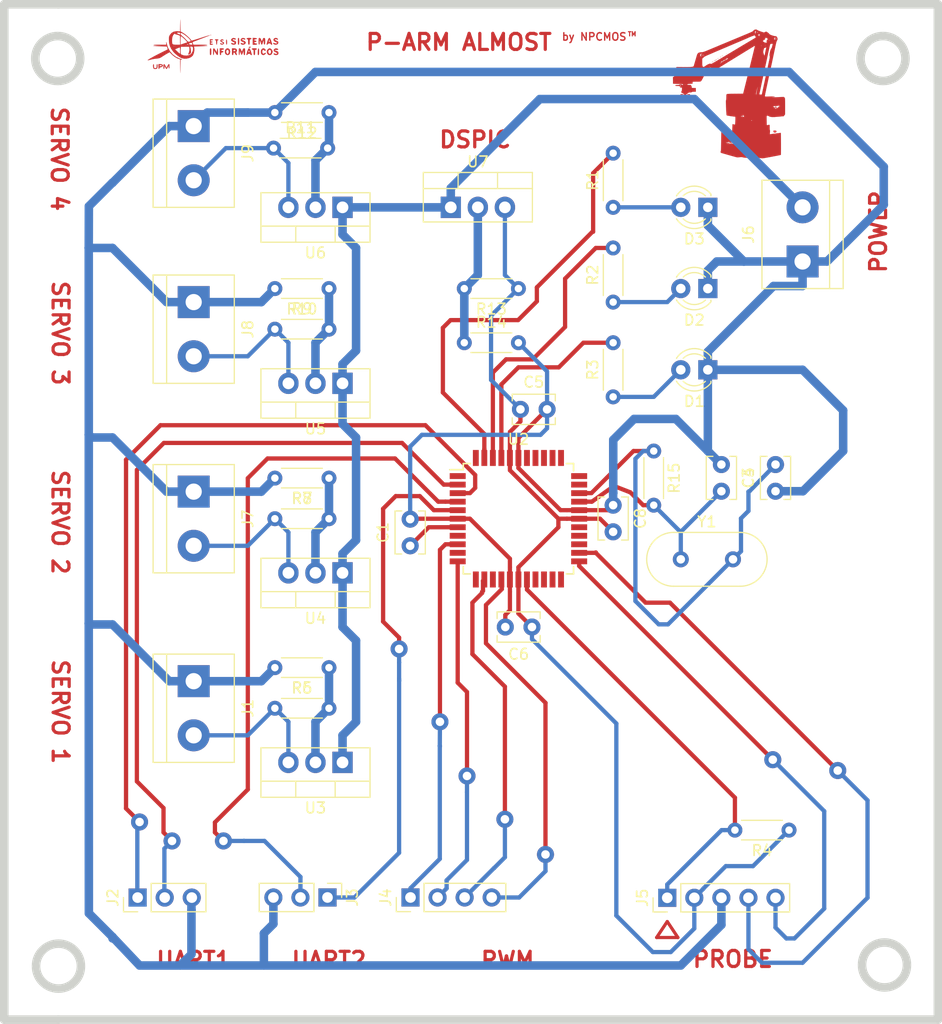
<source format=kicad_pcb>
(kicad_pcb (version 20171130) (host pcbnew "(5.1.5)-3")
  (layers (0 F.Cu signal) (31 B.Cu signal) (34 B.Paste user) (35 F.Paste user) (36 B.SilkS user) (37 F.SilkS user) (38 B.Mask user) (39 F.Mask user) (44 Edge.Cuts user))
  (net 0 "")
  (net 1 "Net-(C3-Pad2)")
  (net 2 GND)
  (net 3 "Net-(C4-Pad2)")
  (net 4 +3V3)
  (net 5 "Net-(D1-Pad2)")
  (net 6 "Net-(D2-Pad2)")
  (net 7 "Net-(D3-Pad2)")
  (net 8 "Net-(J2-Pad2)")
  (net 9 "Net-(J2-Pad1)")
  (net 10 "Net-(J3-Pad1)")
  (net 11 "Net-(J3-Pad2)")
  (net 12 "Net-(J4-Pad1)")
  (net 13 "Net-(J4-Pad2)")
  (net 14 "Net-(J4-Pad3)")
  (net 15 "Net-(J4-Pad4)")
  (net 16 "Net-(J5-Pad1)")
  (net 17 "Net-(J6-Pad2)")
  (net 18 "Net-(R1-Pad2)")
  (net 19 "Net-(R2-Pad2)")
  (net 20 "Net-(R3-Pad2)")
  (net 21 "Net-(R5-Pad2)")
  (net 22 "Net-(R7-Pad2)")
  (net 23 "Net-(R10-Pad1)")
  (net 24 "Net-(R11-Pad2)")
  (net 25 "Net-(R13-Pad2)")
  (net 26 "Net-(U2-Pad1)")
  (net 27 "Net-(U2-Pad8)")
  (net 28 "Net-(U2-Pad10)")
  (net 29 "Net-(U2-Pad12)")
  (net 30 "Net-(U2-Pad14)")
  (net 31 "Net-(U2-Pad19)")
  (net 32 "Net-(U2-Pad20)")
  (net 33 "Net-(U2-Pad21)")
  (net 34 "Net-(U2-Pad22)")
  (net 35 "Net-(U2-Pad25)")
  (net 36 "Net-(U2-Pad26)")
  (net 37 "Net-(U2-Pad27)")
  (net 38 "Net-(U2-Pad32)")
  (net 39 "Net-(U2-Pad33)")
  (net 40 "Net-(U2-Pad34)")
  (net 41 "Net-(U2-Pad35)")
  (net 42 "Net-(U2-Pad36)")
  (net 43 "Net-(U2-Pad37)")
  (net 44 "Net-(U2-Pad38)")
  (net 45 "Net-(U2-Pad44)")
  (net 46 "Net-(C1-Pad1)")
  (net 47 "Net-(J1-Pad2)")
  (net 48 "Net-(J5-Pad4)")
  (net 49 "Net-(J5-Pad5)")
  (net 50 "Net-(J7-Pad2)")
  (net 51 "Net-(J8-Pad2)")
  (net 52 "Net-(J9-Pad2)")
  (module Logo:logo2 (layer F.Cu) (at 202.74 66.97)
    (fp_text reference G*** hide)
    (fp_text value LOGO hide)
    (fp_poly (pts (xy 2.513058 -6.16508) (xy 2.553834 -6.135281) (xy 2.601406 -6.106648) (xy 2.682138 -6.069497) (xy 2.784938 -6.028531) (xy 2.898718 -5.988455) (xy 2.904383 -5.986596) (xy 3.187948 -5.893876) (xy 3.272947 -5.937211) (xy 3.335648 -5.964873) (xy 3.385778 -5.979735) (xy 3.394382 -5.980546) (xy 3.43486 -5.966807) (xy 3.494576 -5.931509) (xy 3.561958 -5.883528) (xy 3.625434 -5.831742) (xy 3.673432 -5.785028) (xy 3.694382 -5.752263) (xy 3.694545 -5.750279) (xy 3.715202 -5.727737) (xy 3.770243 -5.697575) (xy 3.849276 -5.663475) (xy 3.941906 -5.629117) (xy 4.037742 -5.598183) (xy 4.126389 -5.574355) (xy 4.197454 -5.561312) (xy 4.230415 -5.560481) (xy 4.31382 -5.552342) (xy 4.38091 -5.50476) (xy 4.435862 -5.414736) (xy 4.436983 -5.412218) (xy 4.465689 -5.326282) (xy 4.463321 -5.253605) (xy 4.427761 -5.176625) (xy 4.404306 -5.141457) (xy 4.38036 -5.090901) (xy 4.351709 -5.004129) (xy 4.321144 -4.89049) (xy 4.294099 -4.772002) (xy 4.244051 -4.534763) (xy 4.192586 -4.291394) (xy 4.14067 -4.046417) (xy 4.089267 -3.80435) (xy 4.039343 -3.569714) (xy 3.991863 -3.347028) (xy 3.947792 -3.140813) (xy 3.908095 -2.955587) (xy 3.873738 -2.795872) (xy 3.845686 -2.666186) (xy 3.824903 -2.571049) (xy 3.812356 -2.514982) (xy 3.810073 -2.505364) (xy 3.799406 -2.459202) (xy 3.780624 -2.374561) (xy 3.755183 -2.258143) (xy 3.724537 -2.116648) (xy 3.690145 -1.956776) (xy 3.65346 -1.785229) (xy 3.646999 -1.754909) (xy 3.606814 -1.566314) (xy 3.565811 -1.374014) (xy 3.526108 -1.187944) (xy 3.489829 -1.018037) (xy 3.459091 -0.874229) (xy 3.437537 -0.773546) (xy 3.390665 -0.554226) (xy 3.352894 -0.375715) (xy 3.323409 -0.233717) (xy 3.3014 -0.123935) (xy 3.286053 -0.042073) (xy 3.276554 0.016164) (xy 3.272092 0.055074) (xy 3.271853 0.078953) (xy 3.274143 0.090085) (xy 3.285294 0.1013) (xy 3.312592 0.108948) (xy 3.361817 0.113242) (xy 3.438748 0.114398) (xy 3.549164 0.112629) (xy 3.698844 0.108149) (xy 3.731404 0.107037) (xy 3.910422 0.102108) (xy 4.046221 0.101188) (xy 4.137976 0.104262) (xy 4.184861 0.111316) (xy 4.190773 0.115088) (xy 4.180295 0.130804) (xy 4.13032 0.139719) (xy 4.105771 0.140847) (xy 4.028183 0.146684) (xy 3.960558 0.158272) (xy 3.948545 0.161636) (xy 3.931179 0.17151) (xy 3.952317 0.177961) (xy 4.013289 0.180992) (xy 4.115421 0.180605) (xy 4.260042 0.176801) (xy 4.448479 0.169583) (xy 4.603942 0.16265) (xy 4.742195 0.156785) (xy 4.865156 0.152646) (xy 4.965155 0.150405) (xy 5.034523 0.150231) (xy 5.065589 0.152296) (xy 5.06576 0.152358) (xy 5.093823 0.177779) (xy 5.128129 0.226591) (xy 5.131954 0.233142) (xy 5.143304 0.256899) (xy 5.152318 0.287467) (xy 5.159252 0.330014) (xy 5.164361 0.389711) (xy 5.1679 0.471728) (xy 5.170126 0.581234) (xy 5.171294 0.723399) (xy 5.17166 0.903394) (xy 5.171596 1.035189) (xy 5.170829 1.766454) (xy 5.107043 1.858818) (xy 5.043256 1.951182) (xy 4.848037 1.967136) (xy 4.744046 1.975914) (xy 4.612309 1.987438) (xy 4.471053 2.000095) (xy 4.359286 2.01034) (xy 4.127883 2.025591) (xy 3.938608 2.024506) (xy 3.791776 2.007113) (xy 3.687697 1.973437) (xy 3.650161 1.949151) (xy 3.565998 1.900793) (xy 3.482195 1.898249) (xy 3.459656 1.905292) (xy 3.450589 1.91026) (xy 3.443579 1.920698) (xy 3.438509 1.941571) (xy 3.435263 1.977844) (xy 3.433726 2.034483) (xy 3.433782 2.116453) (xy 3.435314 2.22872) (xy 3.438207 2.376248) (xy 3.442345 2.564004) (xy 3.443294 2.606063) (xy 3.44766 2.799126) (xy 3.530694 2.786221) (xy 3.602688 2.77297) (xy 3.663392 2.758544) (xy 3.665681 2.757874) (xy 3.688265 2.752613) (xy 3.703121 2.75788) (xy 3.71187 2.781186) (xy 3.716127 2.830044) (xy 3.71751 2.911966) (xy 3.717636 2.999125) (xy 3.719496 3.106705) (xy 3.724616 3.190533) (xy 3.732304 3.242538) (xy 3.739603 3.255818) (xy 3.749005 3.277606) (xy 3.752235 3.338516) (xy 3.74903 3.431869) (xy 3.747477 3.455515) (xy 3.733384 3.655213) (xy 3.78901 3.641302) (xy 3.82971 3.634081) (xy 3.90751 3.622817) (xy 4.013625 3.608688) (xy 4.13927 3.592872) (xy 4.244486 3.580206) (xy 4.37904 3.563928) (xy 4.5007 3.548465) (xy 4.600733 3.534985) (xy 4.670405 3.524655) (xy 4.698013 3.519548) (xy 4.7453 3.518535) (xy 4.76751 3.531676) (xy 4.770538 3.558801) (xy 4.773288 3.626125) (xy 4.775744 3.727914) (xy 4.777891 3.858436) (xy 4.779711 4.011957) (xy 4.781189 4.182742) (xy 4.782308 4.365059) (xy 4.783051 4.553173) (xy 4.783404 4.741352) (xy 4.783348 4.923862) (xy 4.782868 5.094969) (xy 4.781948 5.248939) (xy 4.780571 5.38004) (xy 4.778722 5.482537) (xy 4.776382 5.550697) (xy 4.773538 5.578787) (xy 4.773334 5.57909) (xy 4.748318 5.58631) (xy 4.683997 5.600567) (xy 4.586514 5.620702) (xy 4.462011 5.645554) (xy 4.316632 5.673963) (xy 4.15652 5.70477) (xy 3.987817 5.736814) (xy 3.816667 5.768936) (xy 3.649213 5.799976) (xy 3.491598 5.828773) (xy 3.349965 5.854169) (xy 3.230457 5.875003) (xy 3.139217 5.890115) (xy 3.082636 5.898317) (xy 3.01342 5.898748) (xy 2.919421 5.889541) (xy 2.820553 5.872675) (xy 2.81709 5.871936) (xy 2.709405 5.852337) (xy 2.617274 5.846165) (xy 2.516243 5.852582) (xy 2.459181 5.859647) (xy 2.35258 5.868962) (xy 2.214423 5.873519) (xy 2.0546 5.873718) (xy 1.883003 5.869962) (xy 1.709523 5.862653) (xy 1.544048 5.852195) (xy 1.39647 5.83899) (xy 1.27668 5.82344) (xy 1.203623 5.808552) (xy 1.111008 5.786728) (xy 1.036478 5.780323) (xy 0.954962 5.788317) (xy 0.908249 5.796543) (xy 0.814541 5.80936) (xy 0.724625 5.813735) (xy 0.671909 5.810405) (xy 0.632454 5.802103) (xy 0.563816 5.784993) (xy 0.463999 5.758518) (xy 0.331006 5.722125) (xy 0.162838 5.675259) (xy -0.042501 5.617364) (xy -0.287009 5.547886) (xy -0.572682 5.46627) (xy -0.756228 5.413668) (xy -0.826102 5.391595) (xy -0.862214 5.370556) (xy -0.875629 5.340478) (xy -0.877455 5.303337) (xy -0.870951 5.244135) (xy -0.855242 5.205595) (xy -0.85464 5.204966) (xy -0.848529 5.176037) (xy -0.842905 5.103835) (xy -0.837858 4.991265) (xy -0.833479 4.841235) (xy -0.829859 4.65665) (xy -0.82906 4.594211) (xy 0.392545 4.594211) (xy 0.412336 4.615405) (xy 0.456045 4.631684) (xy 0.527909 4.649059) (xy 0.588818 4.664934) (xy 0.666171 4.679527) (xy 0.709836 4.66931) (xy 0.726411 4.632048) (xy 0.727095 4.618137) (xy 0.721354 4.582556) (xy 0.696237 4.559563) (xy 0.640533 4.54097) (xy 0.611909 4.534027) (xy 0.503221 4.512132) (xy 0.432954 4.505709) (xy 0.403055 4.514822) (xy 0.40509 4.527436) (xy 0.437039 4.555915) (xy 0.469953 4.574149) (xy 0.499059 4.588427) (xy 0.487591 4.589439) (xy 0.456045 4.583636) (xy 0.410248 4.581646) (xy 0.392545 4.594211) (xy -0.82906 4.594211) (xy -0.82709 4.440418) (xy -0.826606 4.382244) (xy -0.366723 4.382244) (xy -0.355907 4.443334) (xy -0.314971 4.47863) (xy -0.239279 4.490739) (xy -0.205803 4.489358) (xy -0.205778 4.491182) (xy -0.204793 4.489316) (xy -0.178294 4.488223) (xy -0.086359 4.495451) (xy -0.031068 4.518734) (xy 0.012569 4.542512) (xy 0.036836 4.537721) (xy 0.04719 4.524185) (xy 0.071177 4.504058) (xy 0.095216 4.519435) (xy 0.123736 4.533285) (xy 0.153171 4.507696) (xy 0.175289 4.483609) (xy 0.183171 4.498407) (xy 0.184346 4.525818) (xy 0.188372 4.563396) (xy 0.201683 4.559688) (xy 0.209929 4.548909) (xy 0.232593 4.527618) (xy 0.246457 4.5441) (xy 0.264919 4.561844) (xy 0.290608 4.547272) (xy 0.319905 4.535034) (xy 0.340317 4.563627) (xy 0.353391 4.586901) (xy 0.36137 4.570383) (xy 0.365419 4.541025) (xy 0.366874 4.489391) (xy 0.360204 4.462689) (xy 0.33493 4.465055) (xy 0.309786 4.481247) (xy 0.276675 4.499412) (xy 0.249174 4.480614) (xy 0.240194 4.468905) (xy 0.210518 4.440692) (xy 0.193762 4.439813) (xy 0.168326 4.437793) (xy 0.145692 4.420809) (xy 0.097495 4.391118) (xy 0.052407 4.390495) (xy 0.025457 4.417391) (xy 0.02309 4.433454) (xy 0.014868 4.473377) (xy -0.005679 4.473943) (xy -0.03237 4.438108) (xy -0.049326 4.398818) (xy -0.072612 4.346349) (xy -0.093134 4.319085) (xy -0.096451 4.318) (xy -0.117265 4.336526) (xy -0.148102 4.383005) (xy -0.160065 4.404591) (xy -0.204793 4.489316) (xy -0.205803 4.489358) (xy -0.206798 4.416136) (xy -0.21371 4.36504) (xy -0.229173 4.341302) (xy -0.23091 4.341091) (xy -0.248085 4.360902) (xy -0.254 4.400511) (xy -0.265611 4.444475) (xy -0.292767 4.454046) (xy -0.323955 4.432255) (xy -0.347661 4.382131) (xy -0.349227 4.375445) (xy -0.363991 4.306454) (xy -0.366723 4.382244) (xy -0.826606 4.382244) (xy -0.825776 4.282485) (xy -0.824189 4.05519) (xy -0.822621 3.869823) (xy -0.820823 3.72213) (xy -0.818548 3.607857) (xy -0.815548 3.52275) (xy -0.811574 3.462556) (xy -0.80638 3.423021) (xy -0.799718 3.399892) (xy -0.791339 3.388914) (xy -0.780995 3.385835) (xy -0.773546 3.386023) (xy -0.736982 3.391461) (xy -0.663185 3.40465) (xy -0.560163 3.424078) (xy -0.435928 3.448235) (xy -0.300182 3.475271) (xy -0.163833 3.502537) (xy -0.041734 3.526581) (xy 0.058369 3.545908) (xy 0.12873 3.559022) (xy 0.161604 3.564427) (xy 0.161636 3.56443) (xy 0.184886 3.552953) (xy 0.196975 3.50799) (xy 0.20003 3.463636) (xy 0.20261 3.402199) (xy 0.207049 3.306569) (xy 0.212777 3.188673) (xy 0.219222 3.060437) (xy 0.220861 3.028498) (xy 0.237935 2.697269) (xy 0.309467 2.713442) (xy 0.377744 2.728924) (xy 0.430356 2.740912) (xy 0.455267 2.743396) (xy 0.471194 2.731031) (xy 0.481414 2.695034) (xy 0.489202 2.626622) (xy 0.493709 2.571059) (xy 0.504511 2.414188) (xy 0.50703 2.355273) (xy 1.974272 2.355273) (xy 2.006841 2.37467) (xy 2.033362 2.378364) (xy 2.070138 2.368431) (xy 2.078181 2.355273) (xy 2.05838 2.338062) (xy 2.019091 2.332182) (xy 1.979805 2.339512) (xy 1.974272 2.355273) (xy 0.50703 2.355273) (xy 0.5101 2.283509) (xy 0.511157 2.159407) (xy 0.510237 2.0955) (xy 0.50731 2.029386) (xy 0.496084 1.997218) (xy 0.467551 1.986765) (xy 0.429478 1.985818) (xy 0.367007 1.982271) (xy 0.276965 1.972657) (xy 0.218071 1.96494) (xy 1.005821 1.96494) (xy 1.039883 1.979321) (xy 1.108432 1.977105) (xy 1.11836 1.975712) (xy 1.186298 1.970376) (xy 1.229716 1.983619) (xy 1.259948 2.010849) (xy 1.304636 2.060516) (xy 1.311941 1.974669) (xy 1.313754 1.915739) (xy 1.308923 1.879633) (xy 1.307126 1.876702) (xy 1.280353 1.877108) (xy 1.227166 1.892368) (xy 1.201217 1.902109) (xy 1.128091 1.925978) (xy 1.062313 1.938888) (xy 1.048806 1.939636) (xy 1.008361 1.947368) (xy 1.005821 1.96494) (xy 0.218071 1.96494) (xy 0.169044 1.958516) (xy 0.052937 1.941388) (xy -0.061663 1.922816) (xy -0.165064 1.904338) (xy -0.247572 1.887495) (xy -0.299496 1.873828) (xy -0.311728 1.868015) (xy -0.320427 1.838298) (xy -0.329832 1.770591) (xy -0.339128 1.673061) (xy -0.347501 1.553876) (xy -0.352491 1.459432) (xy -0.363486 1.217165) (xy -0.370854 1.049211) (xy 4.064 1.049211) (xy 4.071741 1.089868) (xy 4.104294 1.101847) (xy 4.1275 1.101165) (xy 4.171719 1.104014) (xy 4.191539 1.129678) (xy 4.198332 1.173164) (xy 4.206644 1.22314) (xy 4.228316 1.242825) (xy 4.278293 1.243427) (xy 4.290696 1.242437) (xy 4.348224 1.232967) (xy 4.375979 1.207841) (xy 4.390005 1.154545) (xy 4.404284 1.073727) (xy 4.407323 1.148773) (xy 4.416576 1.196312) (xy 4.433848 1.223119) (xy 4.450144 1.221728) (xy 4.456545 1.189622) (xy 4.476249 1.158999) (xy 4.514272 1.140937) (xy 4.562135 1.120438) (xy 4.566403 1.09798) (xy 4.526498 1.079819) (xy 4.520045 1.078478) (xy 4.501525 1.071446) (xy 4.52811 1.066593) (xy 4.551988 1.065326) (xy 4.614235 1.055477) (xy 4.643815 1.027985) (xy 4.647957 1.016023) (xy 4.653051 0.981042) (xy 4.639563 0.963112) (xy 4.599146 0.959645) (xy 4.523452 0.968056) (xy 4.502727 0.971025) (xy 4.407793 0.98142) (xy 4.295817 0.988856) (xy 4.219863 0.991223) (xy 4.137241 0.993113) (xy 4.090569 0.999071) (xy 4.069615 1.012904) (xy 4.064149 1.038418) (xy 4.064 1.049211) (xy -0.370854 1.049211) (xy -0.372264 1.01708) (xy -0.378897 0.855235) (xy -0.383457 0.727687) (xy -0.386017 0.630493) (xy -0.386647 0.559711) (xy -0.385421 0.511397) (xy -0.38241 0.48161) (xy -0.377687 0.466405) (xy -0.371322 0.461842) (xy -0.370705 0.461818) (xy -0.359018 0.439246) (xy -0.35099 0.373351) (xy -0.346875 0.266867) (xy -0.346364 0.200686) (xy -0.343934 0.064269) (xy -0.336348 -0.03054) (xy -0.323162 -0.088071) (xy -0.315233 -0.103021) (xy -0.3041 -0.114698) (xy -0.288635 -0.122903) (xy 2.430987 -0.122903) (xy 2.433462 -0.102432) (xy 2.453532 -0.070297) (xy 2.470526 -0.08132) (xy 2.482612 -0.132494) (xy 2.483336 -0.14173) (xy 2.752885 -0.14173) (xy 2.763145 -0.094793) (xy 2.804921 -0.074637) (xy 2.880193 -0.073771) (xy 2.989948 -0.080818) (xy 3.063869 -0.427182) (xy 3.096223 -0.578463) (xy 3.131489 -0.742845) (xy 3.165661 -0.901685) (xy 3.194734 -1.036341) (xy 3.19783 -1.050636) (xy 3.235726 -1.225976) (xy 3.281193 -1.437102) (xy 3.332218 -1.674622) (xy 3.386785 -1.929148) (xy 3.442877 -2.191289) (xy 3.487769 -2.401455) (xy 3.515858 -2.532539) (xy 3.550433 -2.693086) (xy 3.588115 -2.867442) (xy 3.625522 -3.039956) (xy 3.647364 -3.140364) (xy 3.682645 -3.303735) (xy 3.708487 -3.428651) (xy 3.725663 -3.521695) (xy 3.734948 -3.589451) (xy 3.737115 -3.638502) (xy 3.732941 -3.675431) (xy 3.723197 -3.706821) (xy 3.715963 -3.723631) (xy 3.708434 -3.776363) (xy 3.714126 -3.860847) (xy 3.730371 -3.965475) (xy 3.754501 -4.078638) (xy 3.783848 -4.188726) (xy 3.815744 -4.284129) (xy 3.84752 -4.353238) (xy 3.866381 -4.378144) (xy 3.910153 -4.442227) (xy 3.947857 -4.548428) (xy 3.957277 -4.585962) (xy 3.978149 -4.674224) (xy 3.996879 -4.750971) (xy 4.00911 -4.798449) (xy 4.014871 -4.829089) (xy 4.003289 -4.843995) (xy 3.964317 -4.847476) (xy 3.901442 -4.84463) (xy 3.864392 -4.843664) (xy 3.834837 -4.842471) (xy 3.810917 -4.836421) (xy 3.790774 -4.820885) (xy 3.772548 -4.791233) (xy 3.754379 -4.742835) (xy 3.734409 -4.671061) (xy 3.710778 -4.571281) (xy 3.681627 -4.438865) (xy 3.645096 -4.269184) (xy 3.615767 -4.133273) (xy 3.59275 -4.027047) (xy 3.562543 -3.88764) (xy 3.527737 -3.727007) (xy 3.490921 -3.5571) (xy 3.454686 -3.389875) (xy 3.450655 -3.371273) (xy 3.415908 -3.210339) (xy 3.381561 -3.05021) (xy 3.349863 -2.901461) (xy 3.323069 -2.774668) (xy 3.303429 -2.680405) (xy 3.300683 -2.667) (xy 3.279045 -2.563065) (xy 3.250829 -2.430555) (xy 3.219574 -2.285956) (xy 3.18882 -2.145753) (xy 3.18664 -2.135909) (xy 3.095319 -1.722087) (xy 3.012327 -1.342139) (xy 2.93527 -0.985017) (xy 2.861755 -0.639674) (xy 2.838848 -0.531091) (xy 2.815814 -0.424275) (xy 2.793257 -0.324086) (xy 2.77476 -0.246279) (xy 2.768702 -0.222716) (xy 2.752885 -0.14173) (xy 2.483336 -0.14173) (xy 2.487168 -0.190539) (xy 2.495306 -0.267056) (xy 2.513022 -0.37083) (xy 2.5372 -0.484717) (xy 2.550668 -0.539825) (xy 2.580351 -0.659337) (xy 2.598542 -0.741183) (xy 2.605237 -0.783994) (xy 2.600431 -0.786399) (xy 2.58412 -0.747031) (xy 2.5563 -0.664518) (xy 2.551017 -0.647968) (xy 2.512888 -0.519998) (xy 2.479875 -0.394477) (xy 2.453923 -0.280435) (xy 2.436979 -0.1869) (xy 2.430987 -0.122903) (xy -0.288635 -0.122903) (xy -0.286371 -0.124104) (xy -0.257227 -0.131533) (xy -0.21185 -0.137283) (xy -0.14542 -0.141648) (xy -0.053119 -0.144924) (xy 0.069872 -0.147408) (xy 0.228371 -0.149394) (xy 0.427199 -0.15118) (xy 0.475631 -0.151565) (xy 1.235363 -0.157535) (xy 1.259436 -0.254) (xy 1.662545 -0.254) (xy 1.670994 -0.234994) (xy 1.677939 -0.238606) (xy 1.680702 -0.26601) (xy 1.677939 -0.269394) (xy 1.664211 -0.266224) (xy 1.662545 -0.254) (xy 1.259436 -0.254) (xy 1.383329 -0.750455) (xy 1.778 -0.750455) (xy 1.789545 -0.738909) (xy 1.80109 -0.750455) (xy 1.789545 -0.762) (xy 1.778 -0.750455) (xy 1.383329 -0.750455) (xy 1.447645 -1.008177) (xy 1.572948 -1.510659) (xy 1.689664 -1.979481) (xy 1.797572 -2.413739) (xy 1.817427 -2.493818) (xy 2.216727 -2.493818) (xy 2.225175 -2.474812) (xy 2.232121 -2.478424) (xy 2.234884 -2.505828) (xy 2.232121 -2.509212) (xy 2.218393 -2.506043) (xy 2.216727 -2.493818) (xy 1.817427 -2.493818) (xy 1.896452 -2.812536) (xy 1.986082 -3.174969) (xy 2.066242 -3.50014) (xy 2.136711 -3.787146) (xy 2.197268 -4.035088) (xy 2.202946 -4.058511) (xy 3.113671 -4.058511) (xy 3.124283 -4.006486) (xy 3.145608 -3.937465) (xy 3.170528 -3.859968) (xy 3.190242 -3.798304) (xy 3.199304 -3.769591) (xy 3.220284 -3.744942) (xy 3.24645 -3.743454) (xy 3.255818 -3.761075) (xy 3.260411 -3.790593) (xy 3.272828 -3.855496) (xy 3.291028 -3.946057) (xy 3.312969 -4.052545) (xy 3.336607 -4.165231) (xy 3.359902 -4.274386) (xy 3.38081 -4.370281) (xy 3.39729 -4.443186) (xy 3.407299 -4.483372) (xy 3.407713 -4.484736) (xy 3.412225 -4.509911) (xy 3.395306 -4.510058) (xy 3.355297 -4.490651) (xy 3.293107 -4.466073) (xy 3.242106 -4.456688) (xy 3.216687 -4.450583) (xy 3.196287 -4.426739) (xy 3.176641 -4.376603) (xy 3.153483 -4.291622) (xy 3.147276 -4.266511) (xy 3.125089 -4.173019) (xy 3.113914 -4.108853) (xy 3.113671 -4.058511) (xy 2.202946 -4.058511) (xy 2.247692 -4.243066) (xy 2.279501 -4.375727) (xy 2.678545 -4.375727) (xy 2.69009 -4.364182) (xy 2.701636 -4.375727) (xy 2.69009 -4.387273) (xy 2.678545 -4.375727) (xy 2.279501 -4.375727) (xy 2.287762 -4.410179) (xy 2.317257 -4.535527) (xy 2.335956 -4.618209) (xy 2.343639 -4.657325) (xy 2.343698 -4.660544) (xy 2.321744 -4.652881) (xy 2.269318 -4.625349) (xy 2.195042 -4.582663) (xy 2.133459 -4.545552) (xy 2.038743 -4.487545) (xy 1.950189 -4.433465) (xy 1.880768 -4.391226) (xy 1.85514 -4.375727) (xy 1.812329 -4.349689) (xy 1.737496 -4.303891) (xy 1.637929 -4.242806) (xy 1.520918 -4.170906) (xy 1.393753 -4.092665) (xy 1.36834 -4.077018) (xy 1.241627 -3.999072) (xy 1.084773 -3.902724) (xy 0.907042 -3.793656) (xy 0.717698 -3.67755) (xy 0.526006 -3.560088) (xy 0.341228 -3.446953) (xy 0.300181 -3.421835) (xy 0.080548 -3.287438) (xy -0.106045 -3.173221) (xy -0.265956 -3.075277) (xy -0.405549 -2.989698) (xy -0.531183 -2.912578) (xy -0.64922 -2.840009) (xy -0.766022 -2.768084) (xy -0.887949 -2.692896) (xy -1.021362 -2.610537) (xy -1.143 -2.535403) (xy -1.273526 -2.455155) (xy -1.400146 -2.378014) (xy -1.514033 -2.309306) (xy -1.606365 -2.254353) (xy -1.668315 -2.21848) (xy -1.668319 -2.218478) (xy -1.736178 -2.176027) (xy -1.784036 -2.137649) (xy -1.801091 -2.112815) (xy -1.82093 -2.081598) (xy -1.869882 -2.048266) (xy -1.932098 -2.021255) (xy -1.99173 -2.009) (xy -1.996308 -2.008909) (xy -2.049118 -2.000396) (xy -2.107234 -1.979825) (xy -2.153368 -1.954652) (xy -2.170366 -1.933864) (xy -2.191249 -1.923975) (xy -2.244436 -1.917706) (xy -2.285823 -1.916546) (xy -2.401099 -1.916546) (xy -2.539085 -1.64128) (xy -2.594601 -1.535469) (xy -2.647904 -1.442631) (xy -2.693438 -1.371881) (xy -2.725646 -1.332332) (xy -2.729128 -1.329553) (xy -2.758263 -1.315129) (xy -2.802684 -1.304908) (xy -2.869596 -1.29826) (xy -2.966203 -1.294552) (xy -3.09971 -1.293154) (xy -3.145502 -1.293091) (xy -3.291679 -1.292132) (xy -3.396611 -1.288999) (xy -3.465199 -1.283306) (xy -3.502345 -1.274668) (xy -3.512929 -1.264227) (xy -3.516043 -1.221183) (xy -3.518702 -1.166091) (xy -3.521364 -1.096818) (xy -3.694546 -1.092696) (xy -3.835262 -1.086154) (xy -3.933183 -1.073817) (xy -3.991417 -1.054961) (xy -4.013069 -1.028862) (xy -4.012742 -1.018667) (xy -4.000546 -0.999002) (xy -3.967351 -0.987511) (xy -3.903988 -0.982298) (xy -3.832692 -0.981364) (xy -3.744262 -0.980359) (xy -3.691875 -0.975399) (xy -3.665404 -0.963563) (xy -3.65472 -0.941929) (xy -3.652531 -0.929409) (xy -3.639175 -0.888811) (xy -3.625061 -0.877455) (xy -3.610448 -0.857034) (xy -3.599416 -0.806406) (xy -3.597803 -0.790864) (xy -3.590637 -0.704273) (xy -3.400137 -0.697566) (xy -3.209637 -0.69086) (xy -3.209637 -0.346364) (xy -3.395089 -0.346364) (xy -3.493567 -0.344295) (xy -3.554342 -0.337121) (xy -3.585745 -0.32339) (xy -3.593832 -0.311727) (xy -3.617003 -0.290485) (xy -3.671147 -0.279597) (xy -3.744173 -0.277091) (xy -3.82683 -0.274183) (xy -3.886227 -0.260492) (xy -3.939331 -0.228563) (xy -4.003107 -0.170943) (xy -4.017112 -0.157186) (xy -4.075274 -0.111314) (xy -4.133892 -0.081701) (xy -4.139765 -0.080023) (xy -4.18259 -0.05843) (xy -4.187597 -0.034095) (xy -4.162477 -0.013298) (xy -4.123245 -0.006927) (xy -4.092377 -0.016342) (xy -4.087091 -0.028005) (xy -4.070918 -0.046172) (xy -4.069773 -0.046213) (xy -4.0616 -0.025422) (xy -4.058653 0.028263) (xy -4.060365 0.080787) (xy -4.068142 0.150361) (xy -4.079903 0.196501) (xy -4.089228 0.207818) (xy -4.109587 0.225453) (xy -4.110182 0.230909) (xy -4.091294 0.250941) (xy -4.072719 0.254) (xy -4.048124 0.259336) (xy -4.059394 0.282883) (xy -4.066072 0.291132) (xy -4.092123 0.315255) (xy -4.109639 0.298911) (xy -4.116469 0.284385) (xy -4.142585 0.254223) (xy -4.191904 0.247685) (xy -4.215479 0.249779) (xy -4.268351 0.261202) (xy -4.294353 0.27712) (xy -4.29491 0.279617) (xy -4.313649 0.297873) (xy -4.329546 0.300182) (xy -4.360275 0.287713) (xy -4.364182 0.277091) (xy -4.350885 0.254632) (xy -4.346864 0.254) (xy -4.333804 0.233768) (xy -4.325257 0.184504) (xy -4.324864 0.178954) (xy -4.314596 0.065063) (xy -4.308936 0.034636) (xy -4.110182 0.034636) (xy -4.098637 0.046182) (xy -4.087091 0.034636) (xy -4.098637 0.023091) (xy -4.110182 0.034636) (xy -4.308936 0.034636) (xy -4.300734 -0.009452) (xy -4.297986 -0.015394) (xy -4.264122 -0.015394) (xy -4.260952 -0.001667) (xy -4.248728 0) (xy -4.229721 -0.008449) (xy -4.233334 -0.015394) (xy -4.260737 -0.018158) (xy -4.264122 -0.015394) (xy -4.297986 -0.015394) (xy -4.28738 -0.038318) (xy -4.272421 -0.071382) (xy -4.298377 -0.090552) (xy -4.318 -0.092364) (xy -4.354215 -0.105893) (xy -4.364182 -0.150091) (xy -4.374109 -0.19423) (xy -4.393046 -0.209743) (xy -4.476848 -0.21862) (xy -4.481561 -0.220048) (xy -4.239032 -0.220048) (xy -4.237182 -0.207818) (xy -4.217431 -0.185814) (xy -4.214091 -0.184727) (xy -4.195733 -0.200832) (xy -4.191 -0.207818) (xy -4.196484 -0.227381) (xy -4.214091 -0.230909) (xy -4.239032 -0.220048) (xy -4.481561 -0.220048) (xy -4.52593 -0.23349) (xy -4.550678 -0.25607) (xy -4.570384 -0.325311) (xy -4.544302 -0.396813) (xy -4.538099 -0.40545) (xy -4.516101 -0.461575) (xy -4.504649 -0.552494) (xy -4.503462 -0.594591) (xy -4.502728 -0.738909) (xy -4.595669 -0.738909) (xy -4.656367 -0.742445) (xy -4.686321 -0.759587) (xy -4.700812 -0.800141) (xy -4.702292 -0.807323) (xy -4.707082 -0.831273) (xy -4.664364 -0.831273) (xy -4.649926 -0.793663) (xy -4.629728 -0.785091) (xy -4.60152 -0.804342) (xy -4.595091 -0.831273) (xy -4.609529 -0.868883) (xy -4.629728 -0.877455) (xy -4.657935 -0.858204) (xy -4.664364 -0.831273) (xy -4.707082 -0.831273) (xy -4.715975 -0.875736) (xy -4.915046 -0.882368) (xy -5.013441 -0.886995) (xy -5.074572 -0.894233) (xy -5.107356 -0.90611) (xy -5.120707 -0.924654) (xy -5.120977 -0.925788) (xy -4.685733 -0.925788) (xy -4.671434 -0.903626) (xy -4.64897 -0.900546) (xy -4.62362 -0.907517) (xy -4.625679 -0.915739) (xy -4.626326 -0.943504) (xy -4.615155 -0.961921) (xy -4.603705 -0.98736) (xy -4.620501 -0.991003) (xy -4.652579 -0.971894) (xy -4.659746 -0.9652) (xy -4.685733 -0.925788) (xy -5.120977 -0.925788) (xy -5.121843 -0.929409) (xy -5.120641 -0.950176) (xy -5.10124 -0.962369) (xy -5.05473 -0.968181) (xy -4.972204 -0.969801) (xy -4.957521 -0.969818) (xy -4.855206 -0.973169) (xy -4.790975 -0.984104) (xy -4.757157 -1.003945) (xy -4.756728 -1.004455) (xy -4.71548 -1.028013) (xy -4.653144 -1.038875) (xy -4.587366 -1.03704) (xy -4.535794 -1.022509) (xy -4.517468 -1.004455) (xy -4.486017 -0.975408) (xy -4.459741 -0.969818) (xy -4.418253 -0.984742) (xy -4.39915 -1.017732) (xy -4.406858 -1.039091) (xy -4.364182 -1.039091) (xy -4.355734 -1.020085) (xy -4.348788 -1.023697) (xy -4.347236 -1.039091) (xy -4.248728 -1.039091) (xy -4.231156 -1.016671) (xy -4.225637 -1.016) (xy -4.203217 -1.033572) (xy -4.202546 -1.039091) (xy -4.220118 -1.061511) (xy -4.225637 -1.062182) (xy -4.248057 -1.04461) (xy -4.248728 -1.039091) (xy -4.347236 -1.039091) (xy -4.346025 -1.051101) (xy -4.348788 -1.054485) (xy -4.362516 -1.051315) (xy -4.364182 -1.039091) (xy -4.406858 -1.039091) (xy -4.411198 -1.051116) (xy -4.417145 -1.05567) (xy -4.447988 -1.06183) (xy -4.517417 -1.068304) (xy -4.617845 -1.074621) (xy -4.741684 -1.080312) (xy -4.881346 -1.084908) (xy -4.895273 -1.085273) (xy -5.345546 -1.096818) (xy -5.35197 -1.414318) (xy -5.358395 -1.731818) (xy -5.300016 -1.731818) (xy -5.255743 -1.741112) (xy -5.241932 -1.777893) (xy -5.241637 -1.789546) (xy -5.235457 -1.828824) (xy -5.207818 -1.844723) (xy -5.162181 -1.847273) (xy -5.104164 -1.854069) (xy -5.068566 -1.870651) (xy -5.066931 -1.872829) (xy -5.046557 -1.884336) (xy -5.033263 -1.869464) (xy -4.998706 -1.852177) (xy -4.972649 -1.857896) (xy -4.945095 -1.872575) (xy -4.956268 -1.886766) (xy -4.981864 -1.899425) (xy -5.001329 -1.91019) (xy -5.015204 -1.926226) (xy -5.024434 -1.954665) (xy -5.029965 -2.002639) (xy -5.032742 -2.077279) (xy -5.03371 -2.185717) (xy -5.033716 -2.192061) (xy -4.525819 -2.192061) (xy -4.505663 -2.177265) (xy -4.456741 -2.170578) (xy -4.452697 -2.170546) (xy -4.407348 -2.174607) (xy -4.393849 -2.184524) (xy -4.394933 -2.185903) (xy -4.428183 -2.201215) (xy -4.474796 -2.207264) (xy -4.513919 -2.203067) (xy -4.525819 -2.192061) (xy -5.033716 -2.192061) (xy -5.033819 -2.291356) (xy -5.033819 -2.321945) (xy -4.595091 -2.321945) (xy -4.576065 -2.292494) (xy -4.533713 -2.276724) (xy -4.490122 -2.279934) (xy -4.472932 -2.292641) (xy -4.452719 -2.308428) (xy -4.441318 -2.291773) (xy -4.410769 -2.265269) (xy -4.396894 -2.262909) (xy -4.370678 -2.2436) (xy -4.364182 -2.215078) (xy -4.360524 -2.182335) (xy -4.342172 -2.18979) (xy -4.328411 -2.203018) (xy -4.280319 -2.245235) (xy -4.243213 -2.273409) (xy -4.210835 -2.302972) (xy -4.206212 -2.320454) (xy -4.206934 -2.320636) (xy -3.994728 -2.320636) (xy -3.983182 -2.309091) (xy -3.971637 -2.320636) (xy -3.983182 -2.332182) (xy -3.994728 -2.320636) (xy -4.206934 -2.320636) (xy -4.233545 -2.327337) (xy -4.295239 -2.334669) (xy -4.379503 -2.341141) (xy -4.406864 -2.342691) (xy -4.504127 -2.346028) (xy -4.562867 -2.343098) (xy -4.590423 -2.33309) (xy -4.595091 -2.321945) (xy -5.033819 -2.321945) (xy -5.033819 -2.447479) (xy -1.956812 -2.447479) (xy -1.926782 -2.383502) (xy -1.886861 -2.339353) (xy -1.862087 -2.338349) (xy -1.855792 -2.378989) (xy -1.860414 -2.413385) (xy -1.860717 -2.428662) (xy -1.750828 -2.428662) (xy -1.745267 -2.403722) (xy -1.732631 -2.401455) (xy -1.705609 -2.419512) (xy -1.684578 -2.449614) (xy -1.668984 -2.495952) (xy -1.680078 -2.512509) (xy -1.710049 -2.492411) (xy -1.719777 -2.480587) (xy -1.750828 -2.428662) (xy -1.860717 -2.428662) (xy -1.862182 -2.502249) (xy -1.846807 -2.564216) (xy -1.828632 -2.623866) (xy -1.837452 -2.646235) (xy -1.871479 -2.630158) (xy -1.903601 -2.601226) (xy -1.953042 -2.526261) (xy -1.956812 -2.447479) (xy -5.033819 -2.447479) (xy -5.033819 -2.659109) (xy -4.416137 -2.653714) (xy -4.245024 -2.652858) (xy -4.08317 -2.653244) (xy -3.938137 -2.654759) (xy -3.817482 -2.657294) (xy -3.728765 -2.660738) (xy -3.683 -2.664448) (xy -3.570948 -2.679617) (xy -3.495131 -2.69237) (xy -3.446508 -2.709397) (xy -3.416039 -2.737386) (xy -3.394684 -2.783026) (xy -3.373402 -2.853005) (xy -3.358347 -2.904645) (xy -3.288938 -3.138846) (xy -2.609273 -3.138846) (xy -2.607729 -2.983699) (xy -2.602348 -2.868) (xy -2.592009 -2.785094) (xy -2.57559 -2.728328) (xy -2.55197 -2.691046) (xy -2.530771 -2.673126) (xy -2.511022 -2.660787) (xy -2.492405 -2.659238) (xy -2.460902 -2.671628) (xy -2.402493 -2.701106) (xy -2.399577 -2.702595) (xy -2.385101 -2.711079) (xy -1.985819 -2.711079) (xy -1.968339 -2.71085) (xy -1.951182 -2.716377) (xy -1.92059 -2.740603) (xy -1.916546 -2.753116) (xy -1.930276 -2.760764) (xy -1.951182 -2.747818) (xy -1.979859 -2.720495) (xy -1.985819 -2.711079) (xy -2.385101 -2.711079) (xy -2.330258 -2.743219) (xy -2.271642 -2.78622) (xy -2.260091 -2.796818) (xy -2.209077 -2.835333) (xy -2.132504 -2.879518) (xy -2.04498 -2.922432) (xy -1.961114 -2.957135) (xy -1.895514 -2.976685) (xy -1.877284 -2.978709) (xy -1.828345 -2.964657) (xy -1.807415 -2.944666) (xy -1.79617 -2.941782) (xy -1.769414 -2.949533) (xy -1.724637 -2.969327) (xy -1.659329 -3.002572) (xy -1.589907 -3.040372) (xy -0.946389 -3.040372) (xy -0.931334 -3.017212) (xy -0.910249 -3.004112) (xy -0.883571 -3.011901) (xy -0.840435 -3.045479) (xy -0.811903 -3.071091) (xy -0.761267 -3.113231) (xy -0.723048 -3.137792) (xy -0.714394 -3.140364) (xy -0.693357 -3.151757) (xy -0.706368 -3.178695) (xy -0.73642 -3.202723) (xy -0.78214 -3.218649) (xy -0.805036 -3.194468) (xy -0.808182 -3.164744) (xy -0.820857 -3.118594) (xy -0.844899 -3.075128) (xy -0.877174 -3.040418) (xy -0.905738 -3.043444) (xy -0.914172 -3.049727) (xy -0.941101 -3.059271) (xy -0.946389 -3.040372) (xy -1.589907 -3.040372) (xy -1.57098 -3.050677) (xy -1.45708 -3.11505) (xy -1.453234 -3.117273) (xy -0.877455 -3.117273) (xy -0.869006 -3.098266) (xy -0.862061 -3.101879) (xy -0.859298 -3.129282) (xy -0.862061 -3.132667) (xy -0.875789 -3.129497) (xy -0.877455 -3.117273) (xy -1.453234 -3.117273) (xy -1.315118 -3.197101) (xy -1.255165 -3.232245) (xy -0.689683 -3.232245) (xy -0.676945 -3.195374) (xy -0.660773 -3.172211) (xy -0.65193 -3.18194) (xy -0.624221 -3.204853) (xy -0.597077 -3.209636) (xy -0.565506 -3.21764) (xy -0.563749 -3.229525) (xy -0.55058 -3.247723) (xy -0.504295 -3.276573) (xy -0.434799 -3.309934) (xy -0.432339 -3.310992) (xy -0.307874 -3.369445) (xy -0.228429 -3.418895) (xy -0.193767 -3.459526) (xy -0.201113 -3.489166) (xy -0.227642 -3.500965) (xy -0.268463 -3.488009) (xy -0.322341 -3.455449) (xy -0.377363 -3.411339) (xy -0.411059 -3.369505) (xy -0.41599 -3.353627) (xy -0.419832 -3.327046) (xy -0.436166 -3.343254) (xy -0.439504 -3.348182) (xy -0.460859 -3.369745) (xy -0.480973 -3.351414) (xy -0.486751 -3.341924) (xy -0.514929 -3.314485) (xy -0.53247 -3.314398) (xy -0.563821 -3.314169) (xy -0.601464 -3.293896) (xy -0.628346 -3.265954) (xy -0.629081 -3.244295) (xy -0.631709 -3.234982) (xy -0.652319 -3.239869) (xy -0.685076 -3.24835) (xy -0.689683 -3.232245) (xy -1.255165 -3.232245) (xy -1.142586 -3.298237) (xy -0.936971 -3.419867) (xy -0.695765 -3.5634) (xy -0.553586 -3.648268) (xy -0.330196 -3.781755) (xy -0.114183 -3.910895) (xy 0.090432 -4.033279) (xy 0.279628 -4.146499) (xy 0.449382 -4.248148) (xy 0.595672 -4.335816) (xy 0.714478 -4.407096) (xy 0.801776 -4.459579) (xy 0.853547 -4.490857) (xy 0.854363 -4.491354) (xy 0.917224 -4.529285) (xy 1.013446 -4.586907) (xy 1.136633 -4.660413) (xy 1.142189 -4.663721) (xy 2.915068 -4.663721) (xy 2.922915 -4.638174) (xy 2.940622 -4.62069) (xy 2.950723 -4.638081) (xy 2.950896 -4.674129) (xy 2.946496 -4.681201) (xy 2.924288 -4.686581) (xy 2.915068 -4.663721) (xy 1.142189 -4.663721) (xy 1.220845 -4.710546) (xy 3.278909 -4.710546) (xy 3.29648 -4.688126) (xy 3.302 -4.687455) (xy 3.324419 -4.705026) (xy 3.32509 -4.710546) (xy 3.307519 -4.732966) (xy 3.302 -4.733636) (xy 3.27958 -4.716065) (xy 3.278909 -4.710546) (xy 1.220845 -4.710546) (xy 1.28039 -4.745993) (xy 1.438323 -4.839838) (xy 1.604036 -4.938139) (xy 1.685636 -4.986482) (xy 1.845436 -5.081304) (xy 1.925174 -5.128816) (xy 3.084264 -5.128816) (xy 3.08802 -5.09614) (xy 3.119622 -5.051645) (xy 3.167116 -5.006934) (xy 3.218547 -4.97361) (xy 3.255187 -4.962923) (xy 3.320741 -4.953578) (xy 3.359727 -4.941455) (xy 3.412959 -4.922477) (xy 3.437113 -4.927411) (xy 3.442686 -4.947227) (xy 3.443225 -4.987729) (xy 3.441871 -5.051886) (xy 3.441272 -5.068873) (xy 3.447275 -5.143444) (xy 3.457098 -5.160818) (xy 3.648363 -5.160818) (xy 3.660079 -5.13208) (xy 3.673186 -5.130608) (xy 3.697043 -5.154446) (xy 3.698009 -5.160818) (xy 3.680032 -5.187893) (xy 3.673186 -5.191029) (xy 3.652131 -5.179882) (xy 3.648363 -5.160818) (xy 3.457098 -5.160818) (xy 3.478201 -5.198139) (xy 3.496857 -5.217216) (xy 3.536384 -5.258454) (xy 3.555637 -5.286599) (xy 3.556 -5.288703) (xy 3.53832 -5.311001) (xy 3.536853 -5.312185) (xy 4.15738 -5.312185) (xy 4.171293 -5.251184) (xy 4.199238 -5.207386) (xy 4.227947 -5.195455) (xy 4.237765 -5.215839) (xy 4.241854 -5.266387) (xy 4.241777 -5.273419) (xy 4.34109 -5.273419) (xy 4.34467 -5.248587) (xy 4.362787 -5.255141) (xy 4.387414 -5.276401) (xy 4.417825 -5.310404) (xy 4.423046 -5.329014) (xy 4.392881 -5.333089) (xy 4.358959 -5.311041) (xy 4.341214 -5.276389) (xy 4.34109 -5.273419) (xy 4.241777 -5.273419) (xy 4.241681 -5.282046) (xy 4.244932 -5.350699) (xy 4.256097 -5.404457) (xy 4.258003 -5.409046) (xy 4.25997 -5.44136) (xy 4.234768 -5.449935) (xy 4.196166 -5.432407) (xy 4.184072 -5.421746) (xy 4.160605 -5.374376) (xy 4.15738 -5.312185) (xy 3.536853 -5.312185) (xy 3.494991 -5.34596) (xy 3.440578 -5.383535) (xy 3.389648 -5.413682) (xy 3.356767 -5.426357) (xy 3.356368 -5.426364) (xy 3.335541 -5.406389) (xy 3.312134 -5.356339) (xy 3.304726 -5.333996) (xy 3.271941 -5.261569) (xy 3.216494 -5.212098) (xy 3.187183 -5.19578) (xy 3.129023 -5.163019) (xy 3.090385 -5.135552) (xy 3.084264 -5.128816) (xy 1.925174 -5.128816) (xy 1.993997 -5.169824) (xy 2.126252 -5.248995) (xy 2.237132 -5.315768) (xy 2.321572 -5.367096) (xy 2.374505 -5.399932) (xy 2.389416 -5.409768) (xy 2.417114 -5.432893) (xy 2.422974 -5.456158) (xy 2.406994 -5.495551) (xy 2.389416 -5.52891) (xy 2.355033 -5.587614) (xy 2.325499 -5.628758) (xy 2.319394 -5.634939) (xy 2.291193 -5.633042) (xy 2.228683 -5.615126) (xy 2.139639 -5.584188) (xy 2.031838 -5.543224) (xy 1.913054 -5.495232) (xy 1.791065 -5.443208) (xy 1.673645 -5.390149) (xy 1.627909 -5.368444) (xy 1.588534 -5.350718) (xy 1.512963 -5.317846) (xy 1.407581 -5.27256) (xy 1.278773 -5.217594) (xy 1.132921 -5.155681) (xy 0.981363 -5.091641) (xy 0.8212 -5.024013) (xy 0.668333 -4.959274) (xy 0.529961 -4.900486) (xy 0.413281 -4.850712) (xy 0.32549 -4.813014) (xy 0.27709 -4.791928) (xy 0.187737 -4.752883) (xy 0.080424 -4.706823) (xy -0.011546 -4.667952) (xy -0.100844 -4.630433) (xy -0.218733 -4.580673) (xy -0.359129 -4.52126) (xy -0.515946 -4.454784) (xy -0.6831 -4.383831) (xy -0.854506 -4.310991) (xy -1.024081 -4.23885) (xy -1.185739 -4.169997) (xy -1.333395 -4.107021) (xy -1.460966 -4.052508) (xy -1.562367 -4.009048) (xy -1.631512 -3.979228) (xy -1.65719 -3.967979) (xy -1.713648 -3.943268) (xy -1.802196 -3.905135) (xy -1.912358 -3.858066) (xy -2.033656 -3.806547) (xy -2.083492 -3.785467) (xy -2.221434 -3.725592) (xy -2.323055 -3.677218) (xy -2.395539 -3.636358) (xy -2.44607 -3.599022) (xy -2.477302 -3.566871) (xy -2.524298 -3.518148) (xy -2.564937 -3.489723) (xy -2.576318 -3.486727) (xy -2.58929 -3.479314) (xy -2.598475 -3.452946) (xy -2.604459 -3.401433) (xy -2.60783 -3.318585) (xy -2.609172 -3.198211) (xy -2.609273 -3.138846) (xy -3.288938 -3.138846) (xy -3.288611 -3.139948) (xy -3.218291 -3.380104) (xy -3.153667 -3.603625) (xy -3.137562 -3.659909) (xy -3.09549 -3.794888) (xy -3.090898 -3.8054) (xy -2.794945 -3.8054) (xy -2.792326 -3.738662) (xy -2.769914 -3.682681) (xy -2.729024 -3.651119) (xy -2.709765 -3.648364) (xy -2.69282 -3.659261) (xy -2.698737 -3.698333) (xy -2.704863 -3.716967) (xy -2.708471 -3.737149) (xy -2.586182 -3.737149) (xy -2.572917 -3.718247) (xy -2.539735 -3.731672) (xy -2.508893 -3.759919) (xy -2.485337 -3.797286) (xy -2.486122 -3.817697) (xy -2.511301 -3.815665) (xy -2.547668 -3.791225) (xy -2.577914 -3.758311) (xy -2.586182 -3.737149) (xy -2.708471 -3.737149) (xy -2.716439 -3.781713) (xy -2.698034 -3.846735) (xy -2.692017 -3.85926) (xy -2.667506 -3.919069) (xy -2.672197 -3.943531) (xy -2.706922 -3.933739) (xy -2.735553 -3.916505) (xy -2.776459 -3.869234) (xy -2.794945 -3.8054) (xy -3.090898 -3.8054) (xy -3.052474 -3.893356) (xy -3.000368 -3.961457) (xy -2.931031 -4.005335) (xy -2.836318 -4.031133) (xy -2.708086 -4.044994) (xy -2.620819 -4.049732) (xy -2.571973 -4.05629) (xy -2.505354 -4.073338) (xy -2.416397 -4.102511) (xy -2.300536 -4.145446) (xy -2.153207 -4.203778) (xy -1.969845 -4.279143) (xy -1.905 -4.306209) (xy -1.739562 -4.37546) (xy -1.579473 -4.442471) (xy -1.43221 -4.504113) (xy -1.305253 -4.557255) (xy -1.20608 -4.598766) (xy -1.143 -4.625169) (xy -1.039496 -4.668413) (xy -0.930274 -4.713926) (xy -0.848591 -4.747866) (xy -0.749157 -4.789139) (xy -0.638486 -4.835151) (xy -0.577273 -4.860637) (xy -0.473894 -4.903711) (xy -0.360521 -4.95095) (xy -0.300182 -4.976091) (xy -0.198505 -5.018397) (xy -0.088349 -5.064144) (xy -0.028864 -5.088804) (xy 0.044291 -5.119172) (xy 0.146757 -5.161804) (xy 0.265232 -5.211162) (xy 0.386415 -5.261707) (xy 0.392545 -5.264266) (xy 0.512754 -5.314378) (xy 0.630228 -5.363239) (xy 0.731945 -5.405441) (xy 0.804886 -5.435573) (xy 0.808181 -5.436928) (xy 0.905982 -5.477357) (xy 1.036234 -5.53155) (xy 1.188855 -5.595281) (xy 1.353763 -5.664324) (xy 1.361414 -5.667535) (xy 2.650247 -5.667535) (xy 2.660519 -5.624077) (xy 2.680846 -5.594952) (xy 2.697426 -5.593111) (xy 2.727624 -5.608261) (xy 2.776681 -5.632857) (xy 2.826067 -5.662079) (xy 2.83349 -5.683848) (xy 2.797616 -5.704458) (xy 2.758699 -5.717658) (xy 2.701643 -5.731541) (xy 2.67102 -5.724788) (xy 2.656748 -5.706586) (xy 2.650247 -5.667535) (xy 1.361414 -5.667535) (xy 1.520876 -5.734455) (xy 1.680111 -5.801447) (xy 1.821385 -5.861075) (xy 1.919288 -5.902589) (xy 1.944116 -5.913752) (xy 2.332449 -5.913752) (xy 2.343369 -5.849077) (xy 2.35989 -5.823527) (xy 2.39599 -5.797706) (xy 2.412365 -5.812963) (xy 2.409608 -5.8699) (xy 2.40904 -5.87347) (xy 2.408895 -5.885355) (xy 2.516909 -5.885355) (xy 2.528739 -5.86616) (xy 2.563009 -5.885798) (xy 2.579034 -5.900827) (xy 2.601898 -5.934315) (xy 2.601034 -5.950299) (xy 2.575692 -5.948994) (xy 2.541899 -5.925547) (xy 2.518871 -5.894793) (xy 2.516909 -5.885355) (xy 2.408895 -5.885355) (xy 2.408185 -5.943175) (xy 2.423771 -6.002189) (xy 2.423908 -6.002447) (xy 2.441206 -6.05165) (xy 2.427765 -6.067952) (xy 2.388784 -6.047237) (xy 2.378505 -6.038401) (xy 2.34477 -5.98389) (xy 2.332449 -5.913752) (xy 1.944116 -5.913752) (xy 2.042875 -5.958154) (xy 2.12743 -6.003663) (xy 2.178197 -6.042195) (xy 2.195465 -6.064781) (xy 2.230775 -6.115362) (xy 2.279153 -6.147407) (xy 2.354565 -6.168784) (xy 2.392197 -6.175578) (xy 2.461911 -6.181214) (xy 2.513058 -6.16508)) (layer F.Cu) (width 0.01))
    (fp_poly (pts (xy 4.287949 3.30482) (xy 4.32952 3.315904) (xy 4.349382 3.339182) (xy 4.352359 3.347309) (xy 4.354953 3.414775) (xy 4.319165 3.462731) (xy 4.251011 3.484377) (xy 4.230596 3.484904) (xy 4.166055 3.480709) (xy 4.119895 3.472802) (xy 4.115954 3.471434) (xy 4.096446 3.442688) (xy 4.087206 3.387994) (xy 4.08709 3.380894) (xy 4.08709 3.302) (xy 4.212534 3.302) (xy 4.287949 3.30482)) (layer F.Cu) (width 0.01))
    (fp_poly (pts (xy -4.451473 -0.112418) (xy -4.412906 -0.100395) (xy -4.395618 -0.075015) (xy -4.394032 -0.069533) (xy -4.374074 -0.038586) (xy -4.355784 -0.038284) (xy -4.345566 -0.038378) (xy -4.35841 -0.02186) (xy -4.37487 0.017872) (xy -4.385321 0.085383) (xy -4.387273 0.131618) (xy -4.387273 0.254) (xy -4.498879 0.254) (xy -4.567284 0.251054) (xy -4.614921 0.243571) (xy -4.625879 0.238606) (xy -4.63338 0.209505) (xy -4.638858 0.147068) (xy -4.641245 0.064133) (xy -4.641273 0.053879) (xy -4.641273 -0.115455) (xy -4.523657 -0.115455) (xy -4.451473 -0.112418)) (layer F.Cu) (width 0.01))
    (fp_poly (pts (xy -3.763819 0.05405) (xy -3.765954 0.150265) (xy -3.777102 0.209352) (xy -3.804375 0.240325) (xy -3.854883 0.252199) (xy -3.921571 0.254009) (xy -4.006273 0.254017) (xy -4.001293 -0.103909) (xy -3.882556 -0.110889) (xy -3.763819 -0.117868) (xy -3.763819 0.05405)) (layer F.Cu) (width 0.01))
    (fp_poly (pts (xy 0.646545 4.606636) (xy 0.635 4.618182) (xy 0.623454 4.606636) (xy 0.635 4.595091) (xy 0.646545 4.606636)) (layer F.Cu) (width 0.01))
    (fp_poly (pts (xy 0.569575 4.579697) (xy 0.566406 4.593424) (xy 0.554181 4.595091) (xy 0.535175 4.586642) (xy 0.538787 4.579697) (xy 0.566191 4.576933) (xy 0.569575 4.579697)) (layer F.Cu) (width 0.01))
    (fp_poly (pts (xy 0.118248 4.433883) (xy 0.138445 4.457466) (xy 0.138545 4.459016) (xy 0.121802 4.477348) (xy 0.087042 4.475989) (xy 0.057463 4.456075) (xy 0.056777 4.455009) (xy 0.049384 4.425088) (xy 0.05211 4.419829) (xy 0.080837 4.417423) (xy 0.118248 4.433883)) (layer F.Cu) (width 0.01))
    (fp_poly (pts (xy -0.092364 4.398818) (xy -0.070336 4.419568) (xy -0.069273 4.423272) (xy -0.087138 4.43319) (xy -0.092364 4.433454) (xy -0.114568 4.415703) (xy -0.115455 4.409001) (xy -0.101309 4.39521) (xy -0.092364 4.398818)) (layer F.Cu) (width 0.01))
    (fp_poly (pts (xy 4.321631 1.058699) (xy 4.333554 1.117048) (xy 4.339454 1.172316) (xy 4.328585 1.195821) (xy 4.294909 1.200727) (xy 4.261214 1.19581) (xy 4.250362 1.172283) (xy 4.256264 1.117048) (xy 4.268336 1.058785) (xy 4.280532 1.023339) (xy 4.282376 1.020836) (xy 4.303581 1.018405) (xy 4.321631 1.058699)) (layer F.Cu) (width 0.01))
    (fp_poly (pts (xy 4.618181 1.004454) (xy 4.606636 1.016) (xy 4.59509 1.004454) (xy 4.606636 0.992909) (xy 4.618181 1.004454)) (layer F.Cu) (width 0.01))
    (fp_poly (pts (xy -1.801091 -3.036455) (xy -1.812637 -3.024909) (xy -1.824182 -3.036455) (xy -1.812637 -3.048) (xy -1.801091 -3.036455)) (layer F.Cu) (width 0.01))
    (fp_poly (pts (xy -1.708728 -3.105727) (xy -1.720273 -3.094182) (xy -1.731819 -3.105727) (xy -1.720273 -3.117273) (xy -1.708728 -3.105727)) (layer F.Cu) (width 0.01))
    (fp_poly (pts (xy -1.662546 -3.128818) (xy -1.674091 -3.117273) (xy -1.685637 -3.128818) (xy -1.674091 -3.140364) (xy -1.662546 -3.128818)) (layer F.Cu) (width 0.01))
    (fp_poly (pts (xy -1.581117 -3.182086) (xy -1.588046 -3.164909) (xy -1.609596 -3.153394) (xy -1.636572 -3.146364) (xy -1.625505 -3.163279) (xy -1.622522 -3.16632) (xy -1.592247 -3.184559) (xy -1.581117 -3.182086)) (layer F.Cu) (width 0.01))
    (fp_poly (pts (xy -1.477819 -3.244273) (xy -1.489364 -3.232727) (xy -1.50091 -3.244273) (xy -1.489364 -3.255818) (xy -1.477819 -3.244273)) (layer F.Cu) (width 0.01))
    (fp_poly (pts (xy -1.340959 -3.33441) (xy -1.348785 -3.315878) (xy -1.379956 -3.287974) (xy -1.417576 -3.263986) (xy -1.439968 -3.256553) (xy -1.438666 -3.268157) (xy -1.40859 -3.297343) (xy -1.405331 -3.300012) (xy -1.364313 -3.328145) (xy -1.341142 -3.334577) (xy -1.340959 -3.33441)) (layer F.Cu) (width 0.01))
    (fp_poly (pts (xy -1.235528 -3.371008) (xy -1.260225 -3.351867) (xy -1.286692 -3.348655) (xy -1.293091 -3.357257) (xy -1.274979 -3.372087) (xy -1.257256 -3.380083) (xy -1.23342 -3.381697) (xy -1.235528 -3.371008)) (layer F.Cu) (width 0.01))
    (fp_poly (pts (xy -1.096208 -3.482268) (xy -1.103137 -3.465091) (xy -1.124686 -3.453576) (xy -1.151663 -3.446545) (xy -1.140596 -3.463461) (xy -1.137613 -3.466502) (xy -1.107338 -3.484741) (xy -1.096208 -3.482268)) (layer F.Cu) (width 0.01))
    (fp_poly (pts (xy -0.866073 -3.601917) (xy -0.89077 -3.582776) (xy -0.917237 -3.579564) (xy -0.923637 -3.588166) (xy -0.905524 -3.602996) (xy -0.887801 -3.610992) (xy -0.863965 -3.612606) (xy -0.866073 -3.601917)) (layer F.Cu) (width 0.01))
    (fp_poly (pts (xy -0.73891 -3.683) (xy -0.750455 -3.671455) (xy -0.762 -3.683) (xy -0.750455 -3.694546) (xy -0.73891 -3.683)) (layer F.Cu) (width 0.01))
    (fp_poly (pts (xy -0.692728 -3.706091) (xy -0.704273 -3.694546) (xy -0.715819 -3.706091) (xy -0.704273 -3.717636) (xy -0.692728 -3.706091)) (layer F.Cu) (width 0.01))
    (fp_poly (pts (xy -0.646546 -3.729182) (xy -0.658091 -3.717636) (xy -0.669637 -3.729182) (xy -0.658091 -3.740727) (xy -0.646546 -3.729182)) (layer F.Cu) (width 0.01))
    (fp_poly (pts (xy -0.300182 -3.937) (xy -0.311728 -3.925455) (xy -0.323273 -3.937) (xy -0.311728 -3.948546) (xy -0.300182 -3.937)) (layer F.Cu) (width 0.01))
  )
  (module Logo:logoUni (layer F.Cu) (at 154.26 62.34)
    (fp_text reference G*** hide)
    (fp_text value LOGO hide)
    (fp_poly (pts (xy -4.410221 -0.310403) (xy -4.381818 -0.184936) (xy -4.262536 0.177843) (xy -4.075184 0.504541) (xy -3.829297 0.78475) (xy -3.534411 1.008058) (xy -3.200061 1.164056) (xy -3.124622 1.187605) (xy -2.992059 1.22949) (xy -2.940066 1.25613) (xy -2.969854 1.266892) (xy -2.972785 1.266984) (xy -3.08807 1.27) (xy -3.101008 1.894416) (xy -3.113945 2.518833) (xy -3.132667 1.236845) (xy -3.249084 1.208193) (xy -3.432225 1.136321) (xy -3.637643 1.012478) (xy -3.838785 0.853862) (xy -3.927781 0.768613) (xy -4.114831 0.576153) (xy -4.302946 0.675948) (xy -4.433392 0.750233) (xy -4.59902 0.851469) (xy -4.76532 0.958527) (xy -4.774948 0.964929) (xy -4.937542 1.066884) (xy -5.066383 1.127555) (xy -5.193318 1.159184) (xy -5.312834 1.171659) (xy -5.504349 1.193208) (xy -5.707296 1.228405) (xy -5.799667 1.249569) (xy -5.949977 1.288235) (xy -6.082207 1.32174) (xy -6.138334 1.335651) (xy -6.17823 1.336009) (xy -6.149743 1.302795) (xy -6.060188 1.240357) (xy -5.916882 1.153047) (xy -5.72714 1.045215) (xy -5.498278 0.92121) (xy -5.23761 0.785384) (xy -5.071559 0.701311) (xy -4.84594 0.588667) (xy -4.645227 0.489188) (xy -4.482137 0.409117) (xy -4.369387 0.354698) (xy -4.31986 0.332231) (xy -4.298659 0.287469) (xy -4.326955 0.179941) (xy -4.327 0.179822) (xy -4.378896 0.042333) (xy -5.015198 0.033477) (xy -5.6515 0.02462) (xy -5.0165 0) (xy -4.3815 -0.024621) (xy -5.005917 -0.033478) (xy -5.256688 -0.039806) (xy -5.449957 -0.050472) (xy -5.57709 -0.064768) (xy -5.629459 -0.081986) (xy -5.630334 -0.084667) (xy -5.589364 -0.10233) (xy -5.471737 -0.11565) (xy -5.285378 -0.124063) (xy -5.038215 -0.127) (xy -4.445 -0.127) (xy -4.441635 -0.28575) (xy -4.437869 -0.361081) (xy -4.428617 -0.371354) (xy -4.410221 -0.310403)) (layer F.Cu) (width 0.01))
    (fp_poly (pts (xy -5.263845 1.729908) (xy -5.251212 1.819575) (xy -5.253153 1.932248) (xy -5.269056 2.037841) (xy -5.298306 2.106267) (xy -5.300134 2.1082) (xy -5.39182 2.150659) (xy -5.511125 2.153896) (xy -5.610636 2.11791) (xy -5.621867 2.1082) (xy -5.651777 2.042461) (xy -5.668372 1.938029) (xy -5.671036 1.82499) (xy -5.659157 1.733432) (xy -5.63212 1.693439) (xy -5.630334 1.693333) (xy -5.605087 1.73117) (xy -5.589943 1.826902) (xy -5.588 1.883833) (xy -5.584319 2.000974) (xy -5.563062 2.056456) (xy -5.508913 2.073256) (xy -5.461 2.074333) (xy -5.382906 2.068811) (xy -5.345918 2.036926) (xy -5.334718 1.955701) (xy -5.334 1.883833) (xy -5.325592 1.770223) (xy -5.304319 1.702074) (xy -5.291667 1.693333) (xy -5.263845 1.729908)) (layer F.Cu) (width 0.01))
    (fp_poly (pts (xy -4.864168 1.712731) (xy -4.770123 1.764028) (xy -4.741334 1.825776) (xy -4.777104 1.894319) (xy -4.861741 1.956555) (xy -4.961238 1.988853) (xy -4.977191 1.989666) (xy -5.058638 2.010757) (xy -5.08 2.074333) (xy -5.097729 2.143123) (xy -5.122334 2.159) (xy -5.145517 2.120724) (xy -5.160894 2.021987) (xy -5.164667 1.926166) (xy -5.164667 1.844311) (xy -5.08 1.844311) (xy -5.047027 1.887229) (xy -4.971928 1.898848) (xy -4.890436 1.88113) (xy -4.838286 1.836041) (xy -4.836321 1.830916) (xy -4.858424 1.790632) (xy -4.949473 1.778) (xy -5.04999 1.79469) (xy -5.08 1.844311) (xy -5.164667 1.844311) (xy -5.164667 1.693333) (xy -5.0038 1.693333) (xy -4.864168 1.712731)) (layer F.Cu) (width 0.01))
    (fp_poly (pts (xy -4.15331 1.70857) (xy -4.144231 1.74625) (xy -4.136204 1.913531) (xy -4.14202 2.037416) (xy -4.160382 2.101344) (xy -4.172432 2.106127) (xy -4.196684 2.061468) (xy -4.204508 1.965642) (xy -4.203777 1.947333) (xy -4.195387 1.799166) (xy -4.286201 1.979083) (xy -4.345789 2.084629) (xy -4.394499 2.149356) (xy -4.409996 2.159) (xy -4.448258 2.125032) (xy -4.504854 2.039815) (xy -4.526785 2.00025) (xy -4.610592 1.8415) (xy -4.612463 2.00025) (xy -4.623644 2.102334) (xy -4.649019 2.156407) (xy -4.656667 2.159) (xy -4.67985 2.120724) (xy -4.695227 2.021987) (xy -4.699 1.926166) (xy -4.688071 1.772586) (xy -4.656394 1.70078) (xy -4.605632 1.711199) (xy -4.537451 1.804292) (xy -4.501733 1.872856) (xy -4.414785 2.052379) (xy -4.323199 1.872856) (xy -4.251111 1.753812) (xy -4.191676 1.697066) (xy -4.15331 1.70857)) (layer F.Cu) (width 0.01))
    (fp_poly (pts (xy -3.099578 -1.921164) (xy -3.090334 -1.365827) (xy -2.809205 -1.201497) (xy -2.684931 -1.117631) (xy -2.541878 -1.00402) (xy -2.395307 -0.875103) (xy -2.260476 -0.745318) (xy -2.152645 -0.629105) (xy -2.087076 -0.540903) (xy -2.074334 -0.506165) (xy -2.036118 -0.509645) (xy -1.929344 -0.536363) (xy -1.765821 -0.582918) (xy -1.557359 -0.645912) (xy -1.315765 -0.721945) (xy -1.240378 -0.746212) (xy -0.936109 -0.843533) (xy -0.692158 -0.919274) (xy -0.511545 -0.972691) (xy -0.397285 -1.003041) (xy -0.352397 -1.00958) (xy -0.379899 -0.991565) (xy -0.482808 -0.948253) (xy -0.592667 -0.905765) (xy -0.738242 -0.850294) (xy -0.937757 -0.773898) (xy -1.16618 -0.686179) (xy -1.398478 -0.596739) (xy -1.424919 -0.586542) (xy -1.982005 -0.371655) (xy -1.939362 -0.249328) (xy -1.896718 -0.127) (xy -1.244693 -0.127) (xy -0.981395 -0.12433) (xy -0.780511 -0.116621) (xy -0.649027 -0.104328) (xy -0.593934 -0.087903) (xy -0.592667 -0.084667) (xy -0.633609 -0.067288) (xy -0.750917 -0.052667) (xy -0.93632 -0.041462) (xy -1.181544 -0.034329) (xy -1.23825 -0.033432) (xy -1.883834 -0.024529) (xy -1.227667 0) (xy -0.5715 0.024528) (xy -1.201328 0.033431) (xy -1.831155 0.042333) (xy -1.804211 0.21083) (xy -1.799832 0.422015) (xy -1.841791 0.647123) (xy -1.921228 0.845736) (xy -1.955315 0.900208) (xy -2.095943 1.031139) (xy -2.292275 1.125009) (xy -2.521588 1.176654) (xy -2.761159 1.180916) (xy -2.9845 1.133967) (xy -3.148219 1.054066) (xy -3.339677 0.926805) (xy -3.534247 0.771351) (xy -3.707297 0.606871) (xy -3.800879 0.498656) (xy -3.933046 0.30712) (xy -3.613764 0.30712) (xy -3.397529 0.513393) (xy -3.287521 0.615286) (xy -3.201838 0.689005) (xy -3.157991 0.719534) (xy -3.156981 0.719666) (xy -3.144996 0.680909) (xy -3.136782 0.584431) (xy -3.085417 0.584431) (xy -3.079996 0.69326) (xy -3.061648 0.756074) (xy -3.026864 0.792095) (xy -3.009869 0.802084) (xy -2.786062 0.882213) (xy -2.544184 0.903103) (xy -2.313916 0.864454) (xy -2.189851 0.810377) (xy -2.071896 0.701678) (xy -1.977176 0.540554) (xy -1.920745 0.358852) (xy -1.912894 0.224495) (xy -1.928669 0.118288) (xy -1.968504 0.069545) (xy -2.056782 0.051063) (xy -2.069473 0.049807) (xy -2.163712 0.046598) (xy -2.193051 0.069245) (xy -2.181964 0.113307) (xy -2.160784 0.197648) (xy -2.139579 0.33107) (xy -2.128584 0.427787) (xy -2.119225 0.567237) (xy -2.1293 0.650124) (xy -2.16561 0.703601) (xy -2.205429 0.734703) (xy -2.311676 0.796502) (xy -2.362605 0.794207) (xy -2.358322 0.72773) (xy -2.320543 0.638929) (xy -2.255306 0.419967) (xy -2.251771 0.268512) (xy -2.264834 0.0635) (xy -3.069167 0.0635) (xy -3.081424 0.410364) (xy -3.085417 0.584431) (xy -3.136782 0.584431) (xy -3.136312 0.578916) (xy -3.132686 0.435103) (xy -3.132667 0.423333) (xy -3.137499 0.27728) (xy -3.150215 0.171444) (xy -3.168145 0.127234) (xy -3.169619 0.127) (xy -3.226657 0.142967) (xy -3.332477 0.183852) (xy -3.410167 0.21706) (xy -3.613764 0.30712) (xy -3.933046 0.30712) (xy -3.975843 0.2451) (xy -4.066195 0.056444) (xy -3.753556 0.056444) (xy -3.747745 0.081611) (xy -3.725334 0.084666) (xy -3.690489 0.069177) (xy -3.697112 0.056444) (xy -3.747351 0.051377) (xy -3.753556 0.056444) (xy -4.066195 0.056444) (xy -4.090061 0.006612) (xy -4.097135 -0.021093) (xy -3.741014 -0.021093) (xy -3.692935 -0.01471) (xy -3.598334 -0.012686) (xy -3.493822 -0.015311) (xy -3.454652 -0.022145) (xy -3.456065 -0.022569) (xy -2.75004 -0.022569) (xy -2.704529 -0.016693) (xy -2.594302 -0.013965) (xy -2.561167 -0.013892) (xy -2.441024 -0.016008) (xy -2.412612 -0.018789) (xy -2.192553 -0.018789) (xy -2.14167 -0.011774) (xy -2.0955 -0.010676) (xy -2.008375 -0.014084) (xy -1.985888 -0.023677) (xy -1.999757 -0.029087) (xy -2.101418 -0.036972) (xy -2.16909 -0.029941) (xy -2.192553 -0.018789) (xy -2.412612 -0.018789) (xy -2.386763 -0.021319) (xy -2.40672 -0.028787) (xy -2.424528 -0.030895) (xy -2.574025 -0.037669) (xy -2.715995 -0.031137) (xy -2.720861 -0.030554) (xy -2.75004 -0.022569) (xy -3.456065 -0.022569) (xy -3.481917 -0.030322) (xy -3.618658 -0.037408) (xy -3.71475 -0.030322) (xy -3.741014 -0.021093) (xy -4.097135 -0.021093) (xy -4.154684 -0.246452) (xy -4.179523 -0.508) (xy -4.181035 -0.565103) (xy -3.894089 -0.565103) (xy -3.891546 -0.369022) (xy -3.875619 -0.242412) (xy -3.83221 -0.170079) (xy -3.747221 -0.136829) (xy -3.606553 -0.127469) (xy -3.487563 -0.127) (xy -3.132667 -0.127) (xy -3.132667 -0.532076) (xy -3.090334 -0.532076) (xy -3.090334 -0.132818) (xy -3.027605 -0.153909) (xy -2.529809 -0.153909) (xy -2.521395 -0.134397) (xy -2.43185 -0.127001) (xy -2.431669 -0.127) (xy -2.359921 -0.139316) (xy -2.347044 -0.16536) (xy -2.401797 -0.187261) (xy -2.455376 -0.181589) (xy -2.529809 -0.153909) (xy -3.027605 -0.153909) (xy -2.802146 -0.229713) (xy -2.309162 -0.229713) (xy -2.298984 -0.185171) (xy -2.234547 -0.146423) (xy -2.129615 -0.127319) (xy -2.113046 -0.127) (xy -2.008717 -0.130348) (xy -1.971828 -0.151124) (xy -1.985162 -0.205427) (xy -1.998115 -0.23447) (xy -2.05586 -0.311973) (xy -2.113624 -0.314333) (xy -2.216178 -0.277082) (xy -2.251321 -0.266193) (xy -2.309162 -0.229713) (xy -2.802146 -0.229713) (xy -2.455078 -0.346404) (xy -2.541245 -0.467415) (xy -2.612065 -0.551152) (xy -2.715038 -0.655119) (xy -2.830939 -0.762085) (xy -2.940543 -0.854821) (xy -3.024624 -0.916096) (xy -3.058584 -0.931061) (xy -3.072271 -0.891932) (xy -3.082995 -0.786585) (xy -3.08929 -0.633452) (xy -3.090334 -0.532076) (xy -3.132667 -0.532076) (xy -3.132667 -0.551382) (xy -3.133388 -0.744067) (xy -3.138376 -0.869165) (xy -3.151866 -0.943756) (xy -3.178094 -0.984918) (xy -3.221297 -1.009732) (xy -3.249084 -1.020764) (xy -3.379756 -1.061459) (xy -3.502243 -1.088619) (xy -3.587362 -1.11465) (xy -3.615453 -1.148238) (xy -3.613551 -1.152627) (xy -3.62272 -1.168727) (xy -3.672374 -1.148688) (xy -3.773798 -1.050408) (xy -3.848292 -0.888415) (xy -3.888794 -0.681298) (xy -3.894089 -0.565103) (xy -4.181035 -0.565103) (xy -4.184457 -0.694283) (xy -4.177335 -0.822803) (xy -4.154003 -0.920098) (xy -4.11031 -1.012703) (xy -4.096841 -1.036304) (xy -3.959892 -1.2065) (xy -3.556 -1.2065) (xy -3.534834 -1.185334) (xy -3.513667 -1.2065) (xy -3.534834 -1.227667) (xy -3.556 -1.2065) (xy -3.959892 -1.2065) (xy -3.945792 -1.224022) (xy -3.933002 -1.231672) (xy -3.438753 -1.231672) (xy -3.397479 -1.185175) (xy -3.312619 -1.139337) (xy -3.211643 -1.092513) (xy -3.150268 -1.064679) (xy -3.14325 -1.061761) (xy -3.135305 -1.0953) (xy -3.133825 -1.133962) (xy -3.091602 -1.133962) (xy -3.046914 -1.044822) (xy -2.963958 -0.952618) (xy -2.920054 -0.917974) (xy -2.798059 -0.817998) (xy -2.66043 -0.685381) (xy -2.571708 -0.588582) (xy -2.4664 -0.472876) (xy -2.390933 -0.413504) (xy -2.32591 -0.397926) (xy -2.286 -0.403854) (xy -2.190888 -0.436699) (xy -2.14307 -0.465543) (xy -2.144727 -0.517611) (xy -2.203262 -0.604877) (xy -2.305014 -0.715707) (xy -2.436325 -0.838467) (xy -2.583536 -0.961524) (xy -2.732988 -1.073245) (xy -2.871023 -1.161995) (xy -2.98398 -1.216142) (xy -3.037417 -1.22727) (xy -3.090833 -1.201094) (xy -3.091602 -1.133962) (xy -3.133825 -1.133962) (xy -3.132667 -1.164167) (xy -3.144498 -1.237007) (xy -3.196812 -1.265851) (xy -3.273778 -1.27) (xy -3.397426 -1.260261) (xy -3.438753 -1.231672) (xy -3.933002 -1.231672) (xy -3.751272 -1.340365) (xy -3.510184 -1.386883) (xy -3.398419 -1.386201) (xy -3.135004 -1.37197) (xy -3.121913 -1.924235) (xy -3.108823 -2.4765) (xy -3.099578 -1.921164)) (layer F.Cu) (width 0.01))
    (fp_poly (pts (xy -0.241673 0.228298) (xy -0.222012 0.288401) (xy -0.213122 0.407285) (xy -0.211667 0.529166) (xy -0.214994 0.696639) (xy -0.227014 0.794944) (xy -0.250791 0.839392) (xy -0.275167 0.846666) (xy -0.308662 0.830034) (xy -0.328323 0.769932) (xy -0.337212 0.651047) (xy -0.338667 0.529166) (xy -0.335341 0.361694) (xy -0.32332 0.263389) (xy -0.299543 0.218941) (xy -0.275167 0.211666) (xy -0.241673 0.228298)) (layer F.Cu) (width 0.01))
    (fp_poly (pts (xy 0.102709 0.267881) (xy 0.193448 0.402849) (xy 0.199298 0.41275) (xy 0.3175 0.613833) (xy 0.330402 0.41275) (xy 0.346303 0.275748) (xy 0.36806 0.216942) (xy 0.391031 0.230516) (xy 0.410572 0.310653) (xy 0.42204 0.451535) (xy 0.423333 0.529166) (xy 0.416816 0.714302) (xy 0.394649 0.81713) (xy 0.352907 0.839192) (xy 0.287664 0.78203) (xy 0.194996 0.647189) (xy 0.180963 0.624416) (xy 0.045188 0.402166) (xy 0.04376 0.624416) (xy 0.035689 0.748598) (xy 0.016487 0.829265) (xy 0 0.846666) (xy -0.021331 0.80727) (xy -0.036199 0.700627) (xy -0.042294 0.544055) (xy -0.042334 0.529166) (xy -0.034367 0.341554) (xy -0.009002 0.236175) (xy 0.035958 0.21197) (xy 0.102709 0.267881)) (layer F.Cu) (width 0.01))
    (fp_poly (pts (xy 0.908727 0.219976) (xy 0.96592 0.248233) (xy 0.973666 0.275166) (xy 0.935802 0.325579) (xy 0.846666 0.338666) (xy 0.74584 0.357598) (xy 0.719666 0.402166) (xy 0.756467 0.453238) (xy 0.8255 0.465666) (xy 0.910619 0.487746) (xy 0.931333 0.529166) (xy 0.894532 0.580238) (xy 0.8255 0.592666) (xy 0.749863 0.606335) (xy 0.722194 0.664439) (xy 0.719666 0.719666) (xy 0.700734 0.820492) (xy 0.656166 0.846666) (xy 0.622672 0.830034) (xy 0.603011 0.769932) (xy 0.594121 0.651047) (xy 0.592666 0.529166) (xy 0.592666 0.211666) (xy 0.783166 0.211666) (xy 0.908727 0.219976)) (layer F.Cu) (width 0.01))
    (fp_poly (pts (xy 1.439627 0.248235) (xy 1.529867 0.350571) (xy 1.566044 0.507614) (xy 1.566333 0.525005) (xy 1.538085 0.686195) (xy 1.463659 0.79644) (xy 1.358534 0.847074) (xy 1.238186 0.829434) (xy 1.143 0.762) (xy 1.078071 0.649315) (xy 1.070013 0.564477) (xy 1.193678 0.564477) (xy 1.221386 0.659288) (xy 1.279086 0.745855) (xy 1.340984 0.750018) (xy 1.394704 0.701265) (xy 1.426046 0.618758) (xy 1.431951 0.503618) (xy 1.431638 0.500182) (xy 1.406759 0.396005) (xy 1.348483 0.35142) (xy 1.324412 0.346501) (xy 1.245541 0.369844) (xy 1.19936 0.450406) (xy 1.193678 0.564477) (xy 1.070013 0.564477) (xy 1.065227 0.514096) (xy 1.097355 0.38057) (xy 1.167342 0.272964) (xy 1.268076 0.215507) (xy 1.304563 0.211666) (xy 1.439627 0.248235)) (layer F.Cu) (width 0.01))
    (fp_poly (pts (xy 2.01356 0.223849) (xy 2.115343 0.253384) (xy 2.119449 0.255489) (xy 2.178626 0.323424) (xy 2.201167 0.419918) (xy 2.181641 0.505521) (xy 2.157277 0.53023) (xy 2.134 0.575276) (xy 2.148344 0.668533) (xy 2.190505 0.79375) (xy 2.193212 0.84546) (xy 2.155997 0.848722) (xy 2.10021 0.813517) (xy 2.047204 0.749824) (xy 2.032 0.719666) (xy 1.979452 0.631998) (xy 1.923869 0.592809) (xy 1.92103 0.592666) (xy 1.876166 0.630784) (xy 1.862666 0.719666) (xy 1.843734 0.820492) (xy 1.799166 0.846666) (xy 1.765672 0.830034) (xy 1.746011 0.769932) (xy 1.737121 0.651047) (xy 1.735666 0.529166) (xy 1.735666 0.426277) (xy 1.862666 0.426277) (xy 1.882983 0.492057) (xy 1.957063 0.50042) (xy 1.957484 0.50036) (xy 2.038129 0.460636) (xy 2.066421 0.41275) (xy 2.054473 0.356038) (xy 1.978067 0.338709) (xy 1.971604 0.338666) (xy 1.88757 0.356852) (xy 1.862707 0.4219) (xy 1.862666 0.426277) (xy 1.735666 0.426277) (xy 1.735666 0.211666) (xy 1.886616 0.211666) (xy 2.01356 0.223849)) (layer F.Cu) (width 0.01))
    (fp_poly (pts (xy 2.92142 0.218918) (xy 2.947117 0.252391) (xy 2.959457 0.329663) (xy 2.963184 0.468311) (xy 2.963333 0.529166) (xy 2.960006 0.696639) (xy 2.947986 0.794944) (xy 2.924209 0.839392) (xy 2.899833 0.846666) (xy 2.860222 0.823972) (xy 2.839408 0.745635) (xy 2.833052 0.624416) (xy 2.829771 0.402166) (xy 2.755314 0.613833) (xy 2.707644 0.732209) (xy 2.665135 0.80903) (xy 2.645833 0.8255) (xy 2.613426 0.789057) (xy 2.567793 0.69547) (xy 2.536351 0.613833) (xy 2.461895 0.402166) (xy 2.458614 0.624416) (xy 2.449505 0.748612) (xy 2.429626 0.829279) (xy 2.413 0.846666) (xy 2.391669 0.80727) (xy 2.376801 0.700627) (xy 2.370706 0.544055) (xy 2.370666 0.529166) (xy 2.372817 0.366477) (xy 2.382237 0.270992) (xy 2.403376 0.225299) (xy 2.440684 0.211981) (xy 2.451805 0.211666) (xy 2.519162 0.243067) (xy 2.577562 0.344642) (xy 2.595043 0.391583) (xy 2.63958 0.497005) (xy 2.672134 0.522251) (xy 2.681981 0.508) (xy 2.714741 0.421686) (xy 2.749362 0.328083) (xy 2.813113 0.233632) (xy 2.877618 0.211666) (xy 2.92142 0.218918)) (layer F.Cu) (width 0.01))
    (fp_poly (pts (xy 3.424779 0.294052) (xy 3.490572 0.455825) (xy 3.505334 0.50042) (xy 3.55837 0.667322) (xy 3.586634 0.769544) (xy 3.591476 0.822938) (xy 3.574248 0.843361) (xy 3.5363 0.846666) (xy 3.534833 0.846666) (xy 3.478709 0.81278) (xy 3.471333 0.783166) (xy 3.433876 0.732988) (xy 3.343004 0.719666) (xy 3.239179 0.739526) (xy 3.190308 0.783166) (xy 3.14842 0.837497) (xy 3.104629 0.840067) (xy 3.090333 0.802601) (xy 3.102611 0.742253) (xy 3.134763 0.626877) (xy 3.166096 0.525704) (xy 3.276304 0.525704) (xy 3.280234 0.582303) (xy 3.318637 0.592666) (xy 3.377365 0.565937) (xy 3.386018 0.53975) (xy 3.371883 0.478841) (xy 3.342051 0.420521) (xy 3.313421 0.391236) (xy 3.302648 0.409287) (xy 3.287659 0.491226) (xy 3.276304 0.525704) (xy 3.166096 0.525704) (xy 3.178671 0.485101) (xy 3.244418 0.311935) (xy 3.305092 0.222266) (xy 3.364082 0.216252) (xy 3.424779 0.294052)) (layer F.Cu) (width 0.01))
    (fp_poly (pts (xy 3.971579 0.217367) (xy 4.043869 0.237371) (xy 4.064 0.275166) (xy 4.028706 0.32688) (xy 3.979333 0.338666) (xy 3.932045 0.347934) (xy 3.906493 0.388646) (xy 3.896223 0.480165) (xy 3.894666 0.592666) (xy 3.889789 0.740152) (xy 3.872502 0.819337) (xy 3.838817 0.846165) (xy 3.831166 0.846666) (xy 3.794295 0.827159) (xy 3.774498 0.758009) (xy 3.767791 0.62327) (xy 3.767666 0.592666) (xy 3.764577 0.450802) (xy 3.751006 0.374146) (xy 3.7205 0.343336) (xy 3.683 0.338666) (xy 3.614047 0.312196) (xy 3.598333 0.275166) (xy 3.619236 0.236872) (xy 3.692584 0.217156) (xy 3.831166 0.211666) (xy 3.971579 0.217367)) (layer F.Cu) (width 0.01))
    (fp_poly (pts (xy 4.251251 0.236556) (xy 4.268103 0.310119) (xy 4.275163 0.453463) (xy 4.275666 0.525638) (xy 4.272576 0.693246) (xy 4.261175 0.792052) (xy 4.238263 0.837763) (xy 4.210312 0.846666) (xy 4.176227 0.832701) (xy 4.158334 0.77983) (xy 4.153764 0.671592) (xy 4.157395 0.543136) (xy 4.172302 0.360577) (xy 4.19837 0.251468) (xy 4.22275 0.222108) (xy 4.251251 0.236556)) (layer F.Cu) (width 0.01))
    (fp_poly (pts (xy 4.776653 0.237722) (xy 4.852327 0.299797) (xy 4.891374 0.373753) (xy 4.875958 0.432641) (xy 4.824686 0.454937) (xy 4.768919 0.403786) (xy 4.76878 0.403596) (xy 4.694349 0.345078) (xy 4.62653 0.360928) (xy 4.581457 0.441383) (xy 4.572 0.522654) (xy 4.591292 0.651648) (xy 4.641456 0.724834) (xy 4.710921 0.731003) (xy 4.754991 0.699961) (xy 4.831055 0.646358) (xy 4.891479 0.638886) (xy 4.910666 0.670772) (xy 4.875971 0.736305) (xy 4.794718 0.802034) (xy 4.701152 0.842881) (xy 4.670477 0.846666) (xy 4.575964 0.81666) (xy 4.515061 0.769249) (xy 4.451166 0.649286) (xy 4.440225 0.510189) (xy 4.475026 0.375597) (xy 4.548355 0.269148) (xy 4.653001 0.214482) (xy 4.685188 0.211666) (xy 4.776653 0.237722)) (layer F.Cu) (width 0.01))
    (fp_poly (pts (xy 5.370568 0.247615) (xy 5.466551 0.335931) (xy 5.532006 0.447321) (xy 5.545666 0.516492) (xy 5.520858 0.632705) (xy 5.461424 0.749735) (xy 5.401745 0.814268) (xy 5.322287 0.840647) (xy 5.2705 0.84537) (xy 5.17671 0.830693) (xy 5.139254 0.814268) (xy 5.068142 0.732022) (xy 5.012948 0.611882) (xy 5.007711 0.583517) (xy 5.140049 0.583517) (xy 5.151033 0.621052) (xy 5.214273 0.717233) (xy 5.29155 0.74112) (xy 5.360957 0.692801) (xy 5.39215 0.620077) (xy 5.402328 0.481737) (xy 5.362385 0.381785) (xy 5.280492 0.339065) (xy 5.270151 0.338666) (xy 5.187413 0.374763) (xy 5.140295 0.46527) (xy 5.140049 0.583517) (xy 5.007711 0.583517) (xy 4.995333 0.516492) (xy 5.027784 0.405637) (xy 5.107507 0.299308) (xy 5.208059 0.226798) (xy 5.2705 0.211666) (xy 5.370568 0.247615)) (layer F.Cu) (width 0.01))
    (fp_poly (pts (xy 5.949675 0.227895) (xy 6.015302 0.256124) (xy 6.075921 0.306619) (xy 6.062516 0.343787) (xy 5.985619 0.35854) (xy 5.904724 0.351506) (xy 5.796753 0.349453) (xy 5.756362 0.377379) (xy 5.788926 0.418274) (xy 5.87375 0.44953) (xy 5.979359 0.484696) (xy 6.043083 0.51902) (xy 6.088549 0.600926) (xy 6.088483 0.709159) (xy 6.0452 0.795866) (xy 5.955438 0.837095) (xy 5.832818 0.843371) (xy 5.719667 0.81625) (xy 5.671817 0.782143) (xy 5.63771 0.713764) (xy 5.668701 0.6856) (xy 5.751421 0.706058) (xy 5.774527 0.71754) (xy 5.876559 0.747793) (xy 5.948856 0.725587) (xy 5.969 0.675403) (xy 5.933759 0.635372) (xy 5.846439 0.585541) (xy 5.820238 0.573979) (xy 5.689647 0.496801) (xy 5.643006 0.409559) (xy 5.680388 0.312416) (xy 5.69526 0.294756) (xy 5.811281 0.221014) (xy 5.949675 0.227895)) (layer F.Cu) (width 0.01))
    (fp_poly (pts (xy 3.477316 0.072215) (xy 3.492214 0.084205) (xy 3.478201 0.125328) (xy 3.446461 0.14373) (xy 3.343794 0.167952) (xy 3.302597 0.139689) (xy 3.302 0.131937) (xy 3.336674 0.092213) (xy 3.410308 0.068493) (xy 3.477316 0.072215)) (layer F.Cu) (width 0.01))
    (fp_poly (pts (xy -0.092567 -0.624368) (xy -0.043614 -0.598223) (xy -0.042334 -0.592667) (xy -0.078952 -0.562289) (xy -0.162278 -0.550334) (xy -0.257896 -0.530471) (xy -0.282223 -0.486834) (xy -0.245827 -0.435527) (xy -0.183445 -0.423334) (xy -0.107328 -0.407905) (xy -0.084667 -0.381) (xy -0.120668 -0.348379) (xy -0.183445 -0.338667) (xy -0.263255 -0.31527) (xy -0.282223 -0.275167) (xy -0.244704 -0.224546) (xy -0.162278 -0.211667) (xy -0.076205 -0.198743) (xy -0.042334 -0.169334) (xy -0.079548 -0.141353) (xy -0.171056 -0.127366) (xy -0.1905 -0.127) (xy -0.338667 -0.127) (xy -0.338667 -0.635) (xy -0.1905 -0.635) (xy -0.092567 -0.624368)) (layer F.Cu) (width 0.01))
    (fp_poly (pts (xy 0.40237 -0.625611) (xy 0.461348 -0.602157) (xy 0.465666 -0.592667) (xy 0.431378 -0.55511) (xy 0.402166 -0.550334) (xy 0.362233 -0.527674) (xy 0.34273 -0.44922) (xy 0.338666 -0.338667) (xy 0.331051 -0.217923) (xy 0.311582 -0.141285) (xy 0.296333 -0.127) (xy 0.272184 -0.165074) (xy 0.256856 -0.262422) (xy 0.254 -0.338667) (xy 0.247202 -0.471776) (xy 0.223665 -0.536789) (xy 0.1905 -0.550334) (xy 0.134164 -0.573193) (xy 0.127 -0.592667) (xy 0.164556 -0.619176) (xy 0.258375 -0.633921) (xy 0.296333 -0.635) (xy 0.40237 -0.625611)) (layer F.Cu) (width 0.01))
    (fp_poly (pts (xy 0.889676 -0.607909) (xy 0.931311 -0.571526) (xy 0.956319 -0.53045) (xy 0.923228 -0.522467) (xy 0.851828 -0.534485) (xy 0.751179 -0.538558) (xy 0.719149 -0.508132) (xy 0.756973 -0.459963) (xy 0.843272 -0.418174) (xy 0.956607 -0.355308) (xy 0.992572 -0.277133) (xy 0.947677 -0.191726) (xy 0.834678 -0.134374) (xy 0.694755 -0.152355) (xy 0.687916 -0.155037) (xy 0.641089 -0.210594) (xy 0.635 -0.244828) (xy 0.646634 -0.288714) (xy 0.6858 -0.262467) (xy 0.769128 -0.218611) (xy 0.8599 -0.218926) (xy 0.909374 -0.252719) (xy 0.891252 -0.293047) (xy 0.814837 -0.342791) (xy 0.784873 -0.356393) (xy 0.669509 -0.425863) (xy 0.638204 -0.503141) (xy 0.6858 -0.584201) (xy 0.784894 -0.631906) (xy 0.889676 -0.607909)) (layer F.Cu) (width 0.01))
    (fp_poly (pts (xy 1.251214 -0.560091) (xy 1.266584 -0.449834) (xy 1.27 -0.357335) (xy 1.262969 -0.230609) (xy 1.24485 -0.146949) (xy 1.227666 -0.127) (xy 1.205169 -0.1656) (xy 1.189898 -0.266617) (xy 1.185333 -0.383499) (xy 1.191573 -0.529432) (xy 1.209216 -0.606143) (xy 1.227666 -0.613834) (xy 1.251214 -0.560091)) (layer F.Cu) (width 0.01))
    (fp_poly (pts (xy 2.001744 -0.730618) (xy 2.073929 -0.692201) (xy 2.096102 -0.646952) (xy 2.085318 -0.629052) (xy 2.013655 -0.607809) (xy 1.96018 -0.628125) (xy 1.87914 -0.64946) (xy 1.81337 -0.63527) (xy 1.785947 -0.598286) (xy 1.819947 -0.551236) (xy 1.820333 -0.550982) (xy 1.912112 -0.513647) (xy 1.94945 -0.508649) (xy 2.049029 -0.47041) (xy 2.108791 -0.37521) (xy 2.116666 -0.3175) (xy 2.093741 -0.220353) (xy 2.065866 -0.1778) (xy 1.976104 -0.136572) (xy 1.853485 -0.130296) (xy 1.740334 -0.157417) (xy 1.692484 -0.191524) (xy 1.658377 -0.259903) (xy 1.689368 -0.288067) (xy 1.772088 -0.267608) (xy 1.795193 -0.256127) (xy 1.897226 -0.225873) (xy 1.969523 -0.24808) (xy 1.989666 -0.298264) (xy 1.954493 -0.338682) (xy 1.867763 -0.388036) (xy 1.846667 -0.39728) (xy 1.743842 -0.449191) (xy 1.678874 -0.498275) (xy 1.674602 -0.50406) (xy 1.661042 -0.59531) (xy 1.708291 -0.686251) (xy 1.798839 -0.74441) (xy 1.805109 -0.746108) (xy 1.903989 -0.75199) (xy 2.001744 -0.730618)) (layer F.Cu) (width 0.01))
    (fp_poly (pts (xy 2.382994 -0.745369) (xy 2.402655 -0.685266) (xy 2.411545 -0.566381) (xy 2.413 -0.4445) (xy 2.409673 -0.277028) (xy 2.397653 -0.178723) (xy 2.373876 -0.134275) (xy 2.3495 -0.127) (xy 2.316005 -0.143632) (xy 2.296344 -0.203735) (xy 2.287454 -0.32262) (xy 2.286 -0.4445) (xy 2.289326 -0.611973) (xy 2.301346 -0.710278) (xy 2.325123 -0.754726) (xy 2.3495 -0.762) (xy 2.382994 -0.745369)) (layer F.Cu) (width 0.01))
    (fp_poly (pts (xy 2.892807 -0.730608) (xy 2.963432 -0.691148) (xy 2.982977 -0.644335) (xy 2.971567 -0.626301) (xy 2.91106 -0.602501) (xy 2.864659 -0.629058) (xy 2.790075 -0.655709) (xy 2.711201 -0.642847) (xy 2.667949 -0.598491) (xy 2.667 -0.589348) (xy 2.703357 -0.554891) (xy 2.79176 -0.520504) (xy 2.800504 -0.51816) (xy 2.912818 -0.467844) (xy 2.990444 -0.39857) (xy 3.02444 -0.321948) (xy 3.000148 -0.24831) (xy 2.981539 -0.220287) (xy 2.89006 -0.151594) (xy 2.765586 -0.126124) (xy 2.645174 -0.146541) (xy 2.581484 -0.191524) (xy 2.547377 -0.259903) (xy 2.578368 -0.288067) (xy 2.661088 -0.267608) (xy 2.684193 -0.256127) (xy 2.786226 -0.225873) (xy 2.858523 -0.24808) (xy 2.878666 -0.298264) (xy 2.843493 -0.338682) (xy 2.756763 -0.388036) (xy 2.735667 -0.39728) (xy 2.632842 -0.449191) (xy 2.567874 -0.498275) (xy 2.563602 -0.50406) (xy 2.550042 -0.59531) (xy 2.597291 -0.686251) (xy 2.687839 -0.74441) (xy 2.694109 -0.746108) (xy 2.795051 -0.752375) (xy 2.892807 -0.730608)) (layer F.Cu) (width 0.01))
    (fp_poly (pts (xy 3.479063 -0.755049) (xy 3.543185 -0.731027) (xy 3.556 -0.6985) (xy 3.520706 -0.646786) (xy 3.471333 -0.635) (xy 3.424045 -0.625733) (xy 3.398493 -0.585021) (xy 3.388223 -0.493502) (xy 3.386666 -0.381) (xy 3.381789 -0.233514) (xy 3.364502 -0.15433) (xy 3.330817 -0.127501) (xy 3.323166 -0.127) (xy 3.285979 -0.146807) (xy 3.266193 -0.216868) (xy 3.259738 -0.353147) (xy 3.259666 -0.376063) (xy 3.25588 -0.51845) (xy 3.239815 -0.597952) (xy 3.20441 -0.636193) (xy 3.17074 -0.64838) (xy 3.104653 -0.679993) (xy 3.110868 -0.714261) (xy 3.177644 -0.743606) (xy 3.293236 -0.760452) (xy 3.346831 -0.762) (xy 3.479063 -0.755049)) (layer F.Cu) (width 0.01))
    (fp_poly (pts (xy 3.884083 -0.753737) (xy 4.013011 -0.734883) (xy 4.076218 -0.704875) (xy 4.068537 -0.672729) (xy 3.984802 -0.647462) (xy 3.947583 -0.642902) (xy 3.849744 -0.614928) (xy 3.80886 -0.569084) (xy 3.829888 -0.526425) (xy 3.915833 -0.508) (xy 4.000952 -0.48592) (xy 4.021666 -0.4445) (xy 3.984866 -0.393429) (xy 3.915833 -0.381) (xy 3.829339 -0.361701) (xy 3.809468 -0.318241) (xy 3.851646 -0.272281) (xy 3.944323 -0.246099) (xy 4.061526 -0.221472) (xy 4.101388 -0.186282) (xy 4.06833 -0.151947) (xy 3.966777 -0.129884) (xy 3.898194 -0.127) (xy 3.683 -0.127) (xy 3.683 -0.766639) (xy 3.884083 -0.753737)) (layer F.Cu) (width 0.01))
    (fp_poly (pts (xy 4.4031 -0.722292) (xy 4.447303 -0.645584) (xy 4.487325 -0.537561) (xy 4.514684 -0.465667) (xy 4.541544 -0.456282) (xy 4.581246 -0.527734) (xy 4.602415 -0.584462) (xy 4.650378 -0.699444) (xy 4.699285 -0.749335) (xy 4.756237 -0.753795) (xy 4.804043 -0.739524) (xy 4.831382 -0.701052) (xy 4.84387 -0.619271) (xy 4.847127 -0.475074) (xy 4.847166 -0.4445) (xy 4.843432 -0.283498) (xy 4.830004 -0.191351) (xy 4.803546 -0.152488) (xy 4.783666 -0.148167) (xy 4.74442 -0.169173) (xy 4.727561 -0.243349) (xy 4.727172 -0.35414) (xy 4.724966 -0.47736) (xy 4.70786 -0.517906) (xy 4.676926 -0.47625) (xy 4.633238 -0.352864) (xy 4.61977 -0.306917) (xy 4.580889 -0.198209) (xy 4.542603 -0.134205) (xy 4.529666 -0.127) (xy 4.495675 -0.1638) (xy 4.455431 -0.256603) (xy 4.439562 -0.306917) (xy 4.392607 -0.451671) (xy 4.357868 -0.515558) (xy 4.336722 -0.497924) (xy 4.330545 -0.398114) (xy 4.331572 -0.358326) (xy 4.325665 -0.215016) (xy 4.295935 -0.14309) (xy 4.28625 -0.137654) (xy 4.257758 -0.151928) (xy 4.24091 -0.225252) (xy 4.233842 -0.368306) (xy 4.233333 -0.440973) (xy 4.235249 -0.604301) (xy 4.244111 -0.70048) (xy 4.264587 -0.746999) (xy 4.301347 -0.761344) (xy 4.319047 -0.762) (xy 4.4031 -0.722292)) (layer F.Cu) (width 0.01))
    (fp_poly (pts (xy 5.317767 -0.702786) (xy 5.380519 -0.560908) (xy 5.410334 -0.473247) (xy 5.46337 -0.306344) (xy 5.491634 -0.204123) (xy 5.496476 -0.150728) (xy 5.479248 -0.130306) (xy 5.4413 -0.127001) (xy 5.439833 -0.127) (xy 5.383709 -0.160887) (xy 5.376333 -0.1905) (xy 5.338876 -0.240679) (xy 5.248004 -0.254) (xy 5.144179 -0.234141) (xy 5.095308 -0.1905) (xy 5.04363 -0.134267) (xy 5.014879 -0.127) (xy 4.992538 -0.148404) (xy 4.998878 -0.220024) (xy 5.035673 -0.352976) (xy 5.065567 -0.4445) (xy 5.066882 -0.447963) (xy 5.181304 -0.447963) (xy 5.185234 -0.391364) (xy 5.223637 -0.381) (xy 5.282365 -0.40773) (xy 5.291018 -0.433917) (xy 5.276883 -0.494826) (xy 5.247051 -0.553145) (xy 5.218421 -0.582431) (xy 5.207648 -0.56438) (xy 5.192659 -0.48244) (xy 5.181304 -0.447963) (xy 5.066882 -0.447963) (xy 5.137408 -0.63366) (xy 5.200518 -0.739521) (xy 5.259203 -0.762443) (xy 5.317767 -0.702786)) (layer F.Cu) (width 0.01))
    (fp_poly (pts (xy 5.937456 -0.741735) (xy 6.014186 -0.693685) (xy 6.048665 -0.63697) (xy 6.036607 -0.60383) (xy 5.982902 -0.600739) (xy 5.923019 -0.627454) (xy 5.836994 -0.657279) (xy 5.776492 -0.639478) (xy 5.76756 -0.583153) (xy 5.814174 -0.542043) (xy 5.909668 -0.498208) (xy 5.928544 -0.491783) (xy 6.048974 -0.427001) (xy 6.087669 -0.354527) (xy 6.067844 -0.246102) (xy 5.988958 -0.168499) (xy 5.873662 -0.130367) (xy 5.744607 -0.140357) (xy 5.649074 -0.187039) (xy 5.59356 -0.246325) (xy 5.608088 -0.279893) (xy 5.679818 -0.279303) (xy 5.75342 -0.255621) (xy 5.86519 -0.227673) (xy 5.941164 -0.242559) (xy 5.961561 -0.29544) (xy 5.958773 -0.305848) (xy 5.912159 -0.346958) (xy 5.816664 -0.390793) (xy 5.797788 -0.397218) (xy 5.684157 -0.464751) (xy 5.633645 -0.557733) (xy 5.643494 -0.653416) (xy 5.710947 -0.729051) (xy 5.833247 -0.761888) (xy 5.842 -0.762) (xy 5.937456 -0.741735)) (layer F.Cu) (width 0.01))
    (fp_poly (pts (xy -0.225778 -1.044223) (xy -0.231589 -1.019056) (xy -0.254 -1.016) (xy -0.288846 -1.03149) (xy -0.282223 -1.044223) (xy -0.231983 -1.049289) (xy -0.225778 -1.044223)) (layer F.Cu) (width 0.01))
  )
  (module Capacitor_THT:C_Disc_D3.8mm_W2.6mm_P2.50mm (layer F.Cu) (at 207.01 104.1 90)
    (fp_text reference C3 (at 1.25 -2.55 90) (layer F.SilkS))
    (fp_text value 22pF)
    (pad 1 thru_hole circle (at 0 0 90) (size 1.6 1.6) (drill 0.8) (layers *.Cu *.Mask) (net 2 GND))
    (pad 2 thru_hole circle (at 2.5 0 90) (size 1.6 1.6) (drill 0.8) (layers *.Cu *.Mask) (net 1 "Net-(C3-Pad2)"))
  )
  (module Capacitor_THT:C_Disc_D3.8mm_W2.6mm_P2.50mm (layer F.Cu) (at 201.93 101.6 270)
    (fp_text reference C4 (at 1.25 -2.55 90) (layer F.SilkS))
    (fp_text value 22pF)
    (pad 2 thru_hole circle (at 2.5 0 270) (size 1.6 1.6) (drill 0.8) (layers *.Cu *.Mask) (net 3 "Net-(C4-Pad2)"))
    (pad 1 thru_hole circle (at 0 0 270) (size 1.6 1.6) (drill 0.8) (layers *.Cu *.Mask) (net 2 GND))
  )
  (module Capacitor_THT:C_Disc_D3.8mm_W2.6mm_P2.50mm (layer F.Cu) (at 183.07 96.42)
    (fp_text reference C5 (at 1.25 -2.55) (layer F.SilkS))
    (fp_text value 0.1µF)
    (pad 1 thru_hole circle (at 0 0) (size 1.6 1.6) (drill 0.8) (layers *.Cu *.Mask) (net 4 +3V3))
    (pad 2 thru_hole circle (at 2.5 0) (size 1.6 1.6) (drill 0.8) (layers *.Cu *.Mask) (net 2 GND))
  )
  (module Capacitor_THT:C_Disc_D3.8mm_W2.6mm_P2.50mm (layer F.Cu) (at 184.15 116.84 180)
    (fp_text reference C6 (at 1.25 -2.55) (layer F.SilkS))
    (fp_text value 0.1µF)
    (pad 1 thru_hole circle (at 0 0 180) (size 1.6 1.6) (drill 0.8) (layers *.Cu *.Mask) (net 4 +3V3))
    (pad 2 thru_hole circle (at 2.5 0 180) (size 1.6 1.6) (drill 0.8) (layers *.Cu *.Mask) (net 2 GND))
  )
  (module Capacitor_THT:C_Disc_D3.8mm_W2.6mm_P2.50mm (layer F.Cu) (at 191.77 105.41 270)
    (fp_text reference C8 (at 1.25 -2.55 90) (layer F.SilkS))
    (fp_text value 0.1µF)
    (pad 2 thru_hole circle (at 2.5 0 270) (size 1.6 1.6) (drill 0.8) (layers *.Cu *.Mask) (net 4 +3V3))
    (pad 1 thru_hole circle (at 0 0 270) (size 1.6 1.6) (drill 0.8) (layers *.Cu *.Mask) (net 2 GND))
  )
  (module LED_THT:LED_D3.0mm (layer F.Cu) (at 200.66 92.71 180)
    (fp_text reference D1 (at 1.27 -2.96) (layer F.SilkS))
    (fp_text value LED)
    (pad 1 thru_hole rect (at 0 0 180) (size 1.8 1.8) (drill 0.9) (layers *.Cu *.Mask) (net 2 GND))
    (pad 2 thru_hole circle (at 2.54 0 180) (size 1.8 1.8) (drill 0.9) (layers *.Cu *.Mask) (net 5 "Net-(D1-Pad2)"))
  )
  (module LED_THT:LED_D3.0mm (layer F.Cu) (at 200.66 85.09 180)
    (fp_text reference D2 (at 1.27 -2.96) (layer F.SilkS))
    (fp_text value LED)
    (pad 2 thru_hole circle (at 2.54 0 180) (size 1.8 1.8) (drill 0.9) (layers *.Cu *.Mask) (net 6 "Net-(D2-Pad2)"))
    (pad 1 thru_hole rect (at 0 0 180) (size 1.8 1.8) (drill 0.9) (layers *.Cu *.Mask) (net 2 GND))
  )
  (module LED_THT:LED_D3.0mm (layer F.Cu) (at 200.66 77.47 180)
    (fp_text reference D3 (at 1.27 -2.96) (layer F.SilkS))
    (fp_text value LED)
    (pad 1 thru_hole rect (at 0 0 180) (size 1.8 1.8) (drill 0.9) (layers *.Cu *.Mask) (net 2 GND))
    (pad 2 thru_hole circle (at 2.54 0 180) (size 1.8 1.8) (drill 0.9) (layers *.Cu *.Mask) (net 7 "Net-(D3-Pad2)"))
  )
  (module Connector_PinHeader_2.54mm:PinHeader_1x03_P2.54mm_Vertical (layer F.Cu) (at 147.14 142.22 90)
    (fp_text reference J2 (at 0 -2.33 90) (layer F.SilkS))
    (fp_text value Conn_01x03_UART1)
    (pad 3 thru_hole oval (at 0 5.08 90) (size 1.7 1.7) (drill 1) (layers *.Cu *.Mask) (net 2 GND))
    (pad 2 thru_hole oval (at 0 2.54 90) (size 1.7 1.7) (drill 1) (layers *.Cu *.Mask) (net 8 "Net-(J2-Pad2)"))
    (pad 1 thru_hole rect (at 0 0 90) (size 1.7 1.7) (drill 1) (layers *.Cu *.Mask) (net 9 "Net-(J2-Pad1)"))
  )
  (module Connector_PinHeader_2.54mm:PinHeader_1x03_P2.54mm_Vertical (layer F.Cu) (at 164.96 142.21 270)
    (fp_text reference J3 (at 0 -2.33 90) (layer F.SilkS))
    (fp_text value Conn_01x03_UART2)
    (pad 1 thru_hole rect (at 0 0 270) (size 1.7 1.7) (drill 1) (layers *.Cu *.Mask) (net 10 "Net-(J3-Pad1)"))
    (pad 2 thru_hole oval (at 0 2.54 270) (size 1.7 1.7) (drill 1) (layers *.Cu *.Mask) (net 11 "Net-(J3-Pad2)"))
    (pad 3 thru_hole oval (at 0 5.08 270) (size 1.7 1.7) (drill 1) (layers *.Cu *.Mask) (net 2 GND))
  )
  (module Connector_PinHeader_2.54mm:PinHeader_1x04_P2.54mm_Vertical (layer F.Cu) (at 172.75 142.21 90)
    (fp_text reference J4 (at 0 -2.33 90) (layer F.SilkS))
    (fp_text value Conn_01x04_PWM)
    (pad 1 thru_hole rect (at 0 0 90) (size 1.7 1.7) (drill 1) (layers *.Cu *.Mask) (net 12 "Net-(J4-Pad1)"))
    (pad 2 thru_hole oval (at 0 2.54 90) (size 1.7 1.7) (drill 1) (layers *.Cu *.Mask) (net 13 "Net-(J4-Pad2)"))
    (pad 3 thru_hole oval (at 0 5.08 90) (size 1.7 1.7) (drill 1) (layers *.Cu *.Mask) (net 14 "Net-(J4-Pad3)"))
    (pad 4 thru_hole oval (at 0 7.62 90) (size 1.7 1.7) (drill 1) (layers *.Cu *.Mask) (net 15 "Net-(J4-Pad4)"))
  )
  (module Connector_PinHeader_2.54mm:PinHeader_1x05_P2.54mm_Vertical (layer F.Cu) (at 196.85 142.24 90)
    (fp_text reference J5 (at 0 -2.33 90) (layer F.SilkS))
    (fp_text value Conn_01x05_PROGRAMER)
    (pad 1 thru_hole rect (at 0 0 90) (size 1.7 1.7) (drill 1) (layers *.Cu *.Mask) (net 16 "Net-(J5-Pad1)"))
    (pad 2 thru_hole oval (at 0 2.54 90) (size 1.7 1.7) (drill 1) (layers *.Cu *.Mask) (net 4 +3V3))
    (pad 3 thru_hole oval (at 0 5.08 90) (size 1.7 1.7) (drill 1) (layers *.Cu *.Mask) (net 2 GND))
    (pad 4 thru_hole oval (at 0 7.62 90) (size 1.7 1.7) (drill 1) (layers *.Cu *.Mask) (net 48 "Net-(J5-Pad4)"))
    (pad 5 thru_hole oval (at 0 10.16 90) (size 1.7 1.7) (drill 1) (layers *.Cu *.Mask) (net 49 "Net-(J5-Pad5)"))
  )
  (module TerminalBlock:TerminalBlock_bornier-2_P5.08mm (layer F.Cu) (at 209.55 82.55 90)
    (fp_text reference J6 (at 2.54 -5.08 90) (layer F.SilkS))
    (fp_text value Conn_01x02_POWER)
    (pad 1 thru_hole rect (at 0 0 90) (size 3 3) (drill 1.52) (layers *.Cu *.Mask) (net 2 GND))
    (pad 2 thru_hole circle (at 5.08 0 90) (size 3 3) (drill 1.52) (layers *.Cu *.Mask) (net 17 "Net-(J6-Pad2)"))
  )
  (module Resistor_THT:R_Axial_DIN0204_L3.6mm_D1.6mm_P5.08mm_Horizontal (layer F.Cu) (at 191.77 77.47 90)
    (fp_text reference R1 (at 2.54 -1.92 90) (layer F.SilkS))
    (fp_text value K2)
    (pad 2 thru_hole oval (at 5.08 0 90) (size 1.4 1.4) (drill 0.7) (layers *.Cu *.Mask) (net 18 "Net-(R1-Pad2)"))
    (pad 1 thru_hole circle (at 0 0 90) (size 1.4 1.4) (drill 0.7) (layers *.Cu *.Mask) (net 7 "Net-(D3-Pad2)"))
  )
  (module Resistor_THT:R_Axial_DIN0204_L3.6mm_D1.6mm_P5.08mm_Horizontal (layer F.Cu) (at 191.77 86.36 90)
    (fp_text reference R2 (at 2.54 -1.92 90) (layer F.SilkS))
    (fp_text value K2)
    (pad 1 thru_hole circle (at 0 0 90) (size 1.4 1.4) (drill 0.7) (layers *.Cu *.Mask) (net 6 "Net-(D2-Pad2)"))
    (pad 2 thru_hole oval (at 5.08 0 90) (size 1.4 1.4) (drill 0.7) (layers *.Cu *.Mask) (net 19 "Net-(R2-Pad2)"))
  )
  (module Resistor_THT:R_Axial_DIN0204_L3.6mm_D1.6mm_P5.08mm_Horizontal (layer F.Cu) (at 191.77 95.25 90)
    (fp_text reference R3 (at 2.54 -1.92 90) (layer F.SilkS))
    (fp_text value K2)
    (pad 1 thru_hole circle (at 0 0 90) (size 1.4 1.4) (drill 0.7) (layers *.Cu *.Mask) (net 5 "Net-(D1-Pad2)"))
    (pad 2 thru_hole oval (at 5.08 0 90) (size 1.4 1.4) (drill 0.7) (layers *.Cu *.Mask) (net 20 "Net-(R3-Pad2)"))
  )
  (module Resistor_THT:R_Axial_DIN0204_L3.6mm_D1.6mm_P5.08mm_Horizontal (layer F.Cu) (at 208.28 135.89 180)
    (fp_text reference R4 (at 2.54 -1.92) (layer F.SilkS))
    (fp_text value 5k)
    (pad 2 thru_hole oval (at 5.08 0 180) (size 1.4 1.4) (drill 0.7) (layers *.Cu *.Mask) (net 16 "Net-(J5-Pad1)"))
    (pad 1 thru_hole circle (at 0 0 180) (size 1.4 1.4) (drill 0.7) (layers *.Cu *.Mask) (net 4 +3V3))
  )
  (module Resistor_THT:R_Axial_DIN0204_L3.6mm_D1.6mm_P5.08mm_Horizontal (layer F.Cu) (at 160.02 124.46)
    (fp_text reference R5 (at 2.54 -1.92) (layer F.SilkS))
    (fp_text value 240)
    (pad 1 thru_hole circle (at 0 0) (size 1.4 1.4) (drill 0.7) (layers *.Cu *.Mask) (net 47 "Net-(J1-Pad2)"))
    (pad 2 thru_hole oval (at 5.08 0) (size 1.4 1.4) (drill 0.7) (layers *.Cu *.Mask) (net 21 "Net-(R5-Pad2)"))
  )
  (module Resistor_THT:R_Axial_DIN0204_L3.6mm_D1.6mm_P5.08mm_Horizontal (layer F.Cu) (at 165.1 120.65 180)
    (fp_text reference R6 (at 2.54 -1.92) (layer F.SilkS))
    (fp_text value 910)
    (pad 2 thru_hole oval (at 5.08 0 180) (size 1.4 1.4) (drill 0.7) (layers *.Cu *.Mask) (net 2 GND))
    (pad 1 thru_hole circle (at 0 0 180) (size 1.4 1.4) (drill 0.7) (layers *.Cu *.Mask) (net 21 "Net-(R5-Pad2)"))
  )
  (module Resistor_THT:R_Axial_DIN0204_L3.6mm_D1.6mm_P5.08mm_Horizontal (layer F.Cu) (at 160.02 106.68)
    (fp_text reference R7 (at 2.54 -1.92) (layer F.SilkS))
    (fp_text value 240)
    (pad 1 thru_hole circle (at 0 0) (size 1.4 1.4) (drill 0.7) (layers *.Cu *.Mask) (net 50 "Net-(J7-Pad2)"))
    (pad 2 thru_hole oval (at 5.08 0) (size 1.4 1.4) (drill 0.7) (layers *.Cu *.Mask) (net 22 "Net-(R7-Pad2)"))
  )
  (module Resistor_THT:R_Axial_DIN0204_L3.6mm_D1.6mm_P5.08mm_Horizontal (layer F.Cu) (at 165.1 102.87 180)
    (fp_text reference R8 (at 2.54 -1.92) (layer F.SilkS))
    (fp_text value 910)
    (pad 2 thru_hole oval (at 5.08 0 180) (size 1.4 1.4) (drill 0.7) (layers *.Cu *.Mask) (net 2 GND))
    (pad 1 thru_hole circle (at 0 0 180) (size 1.4 1.4) (drill 0.7) (layers *.Cu *.Mask) (net 22 "Net-(R7-Pad2)"))
  )
  (module Resistor_THT:R_Axial_DIN0204_L3.6mm_D1.6mm_P5.08mm_Horizontal (layer F.Cu) (at 160.02 88.9)
    (fp_text reference R9 (at 2.54 -1.92) (layer F.SilkS))
    (fp_text value 240)
    (pad 1 thru_hole circle (at 0 0) (size 1.4 1.4) (drill 0.7) (layers *.Cu *.Mask) (net 51 "Net-(J8-Pad2)"))
    (pad 2 thru_hole oval (at 5.08 0) (size 1.4 1.4) (drill 0.7) (layers *.Cu *.Mask) (net 23 "Net-(R10-Pad1)"))
  )
  (module Resistor_THT:R_Axial_DIN0204_L3.6mm_D1.6mm_P5.08mm_Horizontal (layer F.Cu) (at 165.1 85.09 180)
    (fp_text reference R10 (at 2.54 -1.92) (layer F.SilkS))
    (fp_text value 910)
    (pad 2 thru_hole oval (at 5.08 0 180) (size 1.4 1.4) (drill 0.7) (layers *.Cu *.Mask) (net 2 GND))
    (pad 1 thru_hole circle (at 0 0 180) (size 1.4 1.4) (drill 0.7) (layers *.Cu *.Mask) (net 23 "Net-(R10-Pad1)"))
  )
  (module Resistor_THT:R_Axial_DIN0204_L3.6mm_D1.6mm_P5.08mm_Horizontal (layer F.Cu) (at 159.895001 71.915001)
    (fp_text reference R11 (at 2.54 -1.92) (layer F.SilkS))
    (fp_text value 240)
    (pad 1 thru_hole circle (at 0 0) (size 1.4 1.4) (drill 0.7) (layers *.Cu *.Mask) (net 52 "Net-(J9-Pad2)"))
    (pad 2 thru_hole oval (at 5.08 0) (size 1.4 1.4) (drill 0.7) (layers *.Cu *.Mask) (net 24 "Net-(R11-Pad2)"))
  )
  (module Resistor_THT:R_Axial_DIN0204_L3.6mm_D1.6mm_P5.08mm_Horizontal (layer F.Cu) (at 165.1 68.58 180)
    (fp_text reference R12 (at 2.54 -1.92) (layer F.SilkS))
    (fp_text value 910)
    (pad 2 thru_hole oval (at 5.08 0 180) (size 1.4 1.4) (drill 0.7) (layers *.Cu *.Mask) (net 2 GND))
    (pad 1 thru_hole circle (at 0 0 180) (size 1.4 1.4) (drill 0.7) (layers *.Cu *.Mask) (net 24 "Net-(R11-Pad2)"))
  )
  (module Resistor_THT:R_Axial_DIN0204_L3.6mm_D1.6mm_P5.08mm_Horizontal (layer F.Cu) (at 182.88 85.09 180)
    (fp_text reference R13 (at 2.54 -1.92) (layer F.SilkS))
    (fp_text value 240)
    (pad 1 thru_hole circle (at 0 0 180) (size 1.4 1.4) (drill 0.7) (layers *.Cu *.Mask) (net 4 +3V3))
    (pad 2 thru_hole oval (at 5.08 0 180) (size 1.4 1.4) (drill 0.7) (layers *.Cu *.Mask) (net 25 "Net-(R13-Pad2)"))
  )
  (module Resistor_THT:R_Axial_DIN0204_L3.6mm_D1.6mm_P5.08mm_Horizontal (layer F.Cu) (at 177.8 90.17)
    (fp_text reference R14 (at 2.54 -1.92) (layer F.SilkS))
    (fp_text value 400)
    (pad 2 thru_hole oval (at 5.08 0) (size 1.4 1.4) (drill 0.7) (layers *.Cu *.Mask) (net 2 GND))
    (pad 1 thru_hole circle (at 0 0) (size 1.4 1.4) (drill 0.7) (layers *.Cu *.Mask) (net 25 "Net-(R13-Pad2)"))
  )
  (module Package_QFP:TQFP-44_10x10mm_P0.8mm (layer F.Cu) (at 182.88 106.68)
    (fp_text reference U2 (at 0 -7.45) (layer F.SilkS))
    (fp_text value DSPIC33EP128GM604)
    (pad 1 smd rect (at -5.7 -4) (size 1.5 0.55) (layers F.Cu F.Paste F.Mask) (net 26 "Net-(U2-Pad1)"))
    (pad 2 smd rect (at -5.7 -3.2) (size 1.5 0.55) (layers F.Cu F.Paste F.Mask) (net 8 "Net-(J2-Pad2)"))
    (pad 3 smd rect (at -5.7 -2.4) (size 1.5 0.55) (layers F.Cu F.Paste F.Mask) (net 9 "Net-(J2-Pad1)"))
    (pad 4 smd rect (at -5.7 -1.6) (size 1.5 0.55) (layers F.Cu F.Paste F.Mask) (net 11 "Net-(J3-Pad2)"))
    (pad 5 smd rect (at -5.7 -0.8) (size 1.5 0.55) (layers F.Cu F.Paste F.Mask) (net 10 "Net-(J3-Pad1)"))
    (pad 6 smd rect (at -5.7 0) (size 1.5 0.55) (layers F.Cu F.Paste F.Mask) (net 2 GND))
    (pad 7 smd rect (at -5.7 0.8) (size 1.5 0.55) (layers F.Cu F.Paste F.Mask) (net 46 "Net-(C1-Pad1)"))
    (pad 8 smd rect (at -5.7 1.6) (size 1.5 0.55) (layers F.Cu F.Paste F.Mask) (net 27 "Net-(U2-Pad8)"))
    (pad 9 smd rect (at -5.7 2.4) (size 1.5 0.55) (layers F.Cu F.Paste F.Mask) (net 12 "Net-(J4-Pad1)"))
    (pad 10 smd rect (at -5.7 3.2) (size 1.5 0.55) (layers F.Cu F.Paste F.Mask) (net 28 "Net-(U2-Pad10)"))
    (pad 11 smd rect (at -5.7 4) (size 1.5 0.55) (layers F.Cu F.Paste F.Mask) (net 13 "Net-(J4-Pad2)"))
    (pad 12 smd rect (at -4 5.7 90) (size 1.5 0.55) (layers F.Cu F.Paste F.Mask) (net 29 "Net-(U2-Pad12)"))
    (pad 13 smd rect (at -3.2 5.7 90) (size 1.5 0.55) (layers F.Cu F.Paste F.Mask) (net 14 "Net-(J4-Pad3)"))
    (pad 14 smd rect (at -2.4 5.7 90) (size 1.5 0.55) (layers F.Cu F.Paste F.Mask) (net 30 "Net-(U2-Pad14)"))
    (pad 15 smd rect (at -1.6 5.7 90) (size 1.5 0.55) (layers F.Cu F.Paste F.Mask) (net 15 "Net-(J4-Pad4)"))
    (pad 16 smd rect (at -0.8 5.7 90) (size 1.5 0.55) (layers F.Cu F.Paste F.Mask) (net 2 GND))
    (pad 17 smd rect (at 0 5.7 90) (size 1.5 0.55) (layers F.Cu F.Paste F.Mask) (net 4 +3V3))
    (pad 18 smd rect (at 0.8 5.7 90) (size 1.5 0.55) (layers F.Cu F.Paste F.Mask) (net 16 "Net-(J5-Pad1)"))
    (pad 19 smd rect (at 1.6 5.7 90) (size 1.5 0.55) (layers F.Cu F.Paste F.Mask) (net 31 "Net-(U2-Pad19)"))
    (pad 20 smd rect (at 2.4 5.7 90) (size 1.5 0.55) (layers F.Cu F.Paste F.Mask) (net 32 "Net-(U2-Pad20)"))
    (pad 21 smd rect (at 3.2 5.7 90) (size 1.5 0.55) (layers F.Cu F.Paste F.Mask) (net 33 "Net-(U2-Pad21)"))
    (pad 22 smd rect (at 4 5.7 90) (size 1.5 0.55) (layers F.Cu F.Paste F.Mask) (net 34 "Net-(U2-Pad22)"))
    (pad 23 smd rect (at 5.7 4) (size 1.5 0.55) (layers F.Cu F.Paste F.Mask) (net 49 "Net-(J5-Pad5)"))
    (pad 24 smd rect (at 5.7 3.2) (size 1.5 0.55) (layers F.Cu F.Paste F.Mask) (net 48 "Net-(J5-Pad4)"))
    (pad 25 smd rect (at 5.7 2.4) (size 1.5 0.55) (layers F.Cu F.Paste F.Mask) (net 35 "Net-(U2-Pad25)"))
    (pad 26 smd rect (at 5.7 1.6) (size 1.5 0.55) (layers F.Cu F.Paste F.Mask) (net 36 "Net-(U2-Pad26)"))
    (pad 27 smd rect (at 5.7 0.8) (size 1.5 0.55) (layers F.Cu F.Paste F.Mask) (net 37 "Net-(U2-Pad27)"))
    (pad 28 smd rect (at 5.7 0) (size 1.5 0.55) (layers F.Cu F.Paste F.Mask) (net 4 +3V3))
    (pad 29 smd rect (at 5.7 -0.8) (size 1.5 0.55) (layers F.Cu F.Paste F.Mask) (net 2 GND))
    (pad 30 smd rect (at 5.7 -1.6) (size 1.5 0.55) (layers F.Cu F.Paste F.Mask) (net 3 "Net-(C4-Pad2)"))
    (pad 31 smd rect (at 5.7 -2.4) (size 1.5 0.55) (layers F.Cu F.Paste F.Mask) (net 1 "Net-(C3-Pad2)"))
    (pad 32 smd rect (at 5.7 -3.2) (size 1.5 0.55) (layers F.Cu F.Paste F.Mask) (net 38 "Net-(U2-Pad32)"))
    (pad 33 smd rect (at 5.7 -4) (size 1.5 0.55) (layers F.Cu F.Paste F.Mask) (net 39 "Net-(U2-Pad33)"))
    (pad 34 smd rect (at 4 -5.7 90) (size 1.5 0.55) (layers F.Cu F.Paste F.Mask) (net 40 "Net-(U2-Pad34)"))
    (pad 35 smd rect (at 3.2 -5.7 90) (size 1.5 0.55) (layers F.Cu F.Paste F.Mask) (net 41 "Net-(U2-Pad35)"))
    (pad 36 smd rect (at 2.4 -5.7 90) (size 1.5 0.55) (layers F.Cu F.Paste F.Mask) (net 42 "Net-(U2-Pad36)"))
    (pad 37 smd rect (at 1.6 -5.7 90) (size 1.5 0.55) (layers F.Cu F.Paste F.Mask) (net 43 "Net-(U2-Pad37)"))
    (pad 38 smd rect (at 0.8 -5.7 90) (size 1.5 0.55) (layers F.Cu F.Paste F.Mask) (net 44 "Net-(U2-Pad38)"))
    (pad 39 smd rect (at 0 -5.7 90) (size 1.5 0.55) (layers F.Cu F.Paste F.Mask) (net 2 GND))
    (pad 40 smd rect (at -0.8 -5.7 90) (size 1.5 0.55) (layers F.Cu F.Paste F.Mask) (net 4 +3V3))
    (pad 41 smd rect (at -1.6 -5.7 90) (size 1.5 0.55) (layers F.Cu F.Paste F.Mask) (net 20 "Net-(R3-Pad2)"))
    (pad 42 smd rect (at -2.4 -5.7 90) (size 1.5 0.55) (layers F.Cu F.Paste F.Mask) (net 19 "Net-(R2-Pad2)"))
    (pad 43 smd rect (at -3.2 -5.7 90) (size 1.5 0.55) (layers F.Cu F.Paste F.Mask) (net 18 "Net-(R1-Pad2)"))
    (pad 44 smd rect (at -4 -5.7 90) (size 1.5 0.55) (layers F.Cu F.Paste F.Mask) (net 45 "Net-(U2-Pad44)"))
  )
  (module Package_TO_SOT_THT:TO-220-3_Vertical (layer F.Cu) (at 166.37 129.54 180)
    (fp_text reference U3 (at 2.54 -4.27) (layer F.SilkS))
    (fp_text value LM317T/SERVO)
    (pad 3 thru_hole oval (at 5.08 0 180) (size 1.905 2) (drill 1.1) (layers *.Cu *.Mask) (net 47 "Net-(J1-Pad2)"))
    (pad 2 thru_hole oval (at 2.54 0 180) (size 1.905 2) (drill 1.1) (layers *.Cu *.Mask) (net 21 "Net-(R5-Pad2)"))
    (pad 1 thru_hole rect (at 0 0 180) (size 1.905 2) (drill 1.1) (layers *.Cu *.Mask) (net 17 "Net-(J6-Pad2)"))
  )
  (module Package_TO_SOT_THT:TO-220-3_Vertical (layer F.Cu) (at 166.37 111.76 180)
    (fp_text reference U4 (at 2.54 -4.27) (layer F.SilkS))
    (fp_text value LM317T/SERVO)
    (pad 1 thru_hole rect (at 0 0 180) (size 1.905 2) (drill 1.1) (layers *.Cu *.Mask) (net 17 "Net-(J6-Pad2)"))
    (pad 2 thru_hole oval (at 2.54 0 180) (size 1.905 2) (drill 1.1) (layers *.Cu *.Mask) (net 22 "Net-(R7-Pad2)"))
    (pad 3 thru_hole oval (at 5.08 0 180) (size 1.905 2) (drill 1.1) (layers *.Cu *.Mask) (net 50 "Net-(J7-Pad2)"))
  )
  (module Package_TO_SOT_THT:TO-220-3_Vertical (layer F.Cu) (at 166.37 93.98 180)
    (fp_text reference U5 (at 2.54 -4.27) (layer F.SilkS))
    (fp_text value LM317T/SERVO)
    (pad 3 thru_hole oval (at 5.08 0 180) (size 1.905 2) (drill 1.1) (layers *.Cu *.Mask) (net 51 "Net-(J8-Pad2)"))
    (pad 2 thru_hole oval (at 2.54 0 180) (size 1.905 2) (drill 1.1) (layers *.Cu *.Mask) (net 23 "Net-(R10-Pad1)"))
    (pad 1 thru_hole rect (at 0 0 180) (size 1.905 2) (drill 1.1) (layers *.Cu *.Mask) (net 17 "Net-(J6-Pad2)"))
  )
  (module Package_TO_SOT_THT:TO-220-3_Vertical (layer F.Cu) (at 166.37 77.47 180)
    (fp_text reference U6 (at 2.54 -4.27) (layer F.SilkS))
    (fp_text value LM317T/SERVO)
    (pad 1 thru_hole rect (at 0 0 180) (size 1.905 2) (drill 1.1) (layers *.Cu *.Mask) (net 17 "Net-(J6-Pad2)"))
    (pad 2 thru_hole oval (at 2.54 0 180) (size 1.905 2) (drill 1.1) (layers *.Cu *.Mask) (net 24 "Net-(R11-Pad2)"))
    (pad 3 thru_hole oval (at 5.08 0 180) (size 1.905 2) (drill 1.1) (layers *.Cu *.Mask) (net 52 "Net-(J9-Pad2)"))
  )
  (module Package_TO_SOT_THT:TO-220-3_Vertical (layer F.Cu) (at 176.53 77.47)
    (fp_text reference U7 (at 2.54 -4.27) (layer F.SilkS))
    (fp_text value LM317T/DSPIC)
    (pad 1 thru_hole rect (at 0 0) (size 1.905 2) (drill 1.1) (layers *.Cu *.Mask) (net 17 "Net-(J6-Pad2)"))
    (pad 2 thru_hole oval (at 2.54 0) (size 1.905 2) (drill 1.1) (layers *.Cu *.Mask) (net 25 "Net-(R13-Pad2)"))
    (pad 3 thru_hole oval (at 5.08 0) (size 1.905 2) (drill 1.1) (layers *.Cu *.Mask) (net 4 +3V3))
  )
  (module Crystal:Crystal_HC18-U_Vertical (layer F.Cu) (at 198.12 110.49)
    (fp_text reference Y1 (at 2.45 -3.525) (layer F.SilkS))
    (fp_text value 7.3728Mhz)
    (pad 1 thru_hole circle (at 0 0) (size 1.5 1.5) (drill 0.8) (layers *.Cu *.Mask) (net 3 "Net-(C4-Pad2)"))
    (pad 2 thru_hole circle (at 4.9 0) (size 1.5 1.5) (drill 0.8) (layers *.Cu *.Mask) (net 1 "Net-(C3-Pad2)"))
  )
  (module Capacitor_THT:C_Disc_D3.8mm_W2.6mm_P2.50mm (layer F.Cu) (at 172.72 109.22 90)
    (fp_text reference C1 (at 1.25 -2.55 90) (layer F.SilkS))
    (fp_text value "Tantalo 10uF")
    (pad 1 thru_hole circle (at 0 0 90) (size 1.6 1.6) (drill 0.8) (layers *.Cu *.Mask) (net 46 "Net-(C1-Pad1)"))
    (pad 2 thru_hole circle (at 2.5 0 90) (size 1.6 1.6) (drill 0.8) (layers *.Cu *.Mask) (net 2 GND))
  )
  (module TerminalBlock:TerminalBlock_bornier-2_P5.08mm (layer F.Cu) (at 152.4 121.92 270)
    (fp_text reference J1 (at 2.54 -5.08 90) (layer F.SilkS))
    (fp_text value Conn_01x02_Servo1)
    (pad 1 thru_hole rect (at 0 0 270) (size 3 3) (drill 1.52) (layers *.Cu *.Mask) (net 2 GND))
    (pad 2 thru_hole circle (at 5.08 0 270) (size 3 3) (drill 1.52) (layers *.Cu *.Mask) (net 47 "Net-(J1-Pad2)"))
  )
  (module TerminalBlock:TerminalBlock_bornier-2_P5.08mm (layer F.Cu) (at 152.4 104.14 270)
    (fp_text reference J7 (at 2.54 -5.08 90) (layer F.SilkS))
    (fp_text value Conn_01x02_Servo2)
    (pad 2 thru_hole circle (at 5.08 0 270) (size 3 3) (drill 1.52) (layers *.Cu *.Mask) (net 50 "Net-(J7-Pad2)"))
    (pad 1 thru_hole rect (at 0 0 270) (size 3 3) (drill 1.52) (layers *.Cu *.Mask) (net 2 GND))
  )
  (module TerminalBlock:TerminalBlock_bornier-2_P5.08mm (layer F.Cu) (at 152.4 86.36 270)
    (fp_text reference J8 (at 2.54 -5.08 90) (layer F.SilkS))
    (fp_text value Conn_01x02_Servo3)
    (pad 1 thru_hole rect (at 0 0 270) (size 3 3) (drill 1.52) (layers *.Cu *.Mask) (net 2 GND))
    (pad 2 thru_hole circle (at 5.08 0 270) (size 3 3) (drill 1.52) (layers *.Cu *.Mask) (net 51 "Net-(J8-Pad2)"))
  )
  (module TerminalBlock:TerminalBlock_bornier-2_P5.08mm (layer F.Cu) (at 152.4 69.85 270)
    (fp_text reference J9 (at 2.54 -5.08 90) (layer F.SilkS))
    (fp_text value Conn_01x02_Servo4)
    (pad 2 thru_hole circle (at 5.08 0 270) (size 3 3) (drill 1.52) (layers *.Cu *.Mask) (net 52 "Net-(J9-Pad2)"))
    (pad 1 thru_hole rect (at 0 0 270) (size 3 3) (drill 1.52) (layers *.Cu *.Mask) (net 2 GND))
  )
  (module Resistor_THT:R_Axial_DIN0204_L3.6mm_D1.6mm_P5.08mm_Horizontal (layer F.Cu) (at 195.58 100.33 270)
    (fp_text reference R15 (at 2.54 -1.92 90) (layer F.SilkS))
    (fp_text value 1M)
    (pad 2 thru_hole oval (at 5.08 0 270) (size 1.4 1.4) (drill 0.7) (layers *.Cu *.Mask) (net 3 "Net-(C4-Pad2)"))
    (pad 1 thru_hole circle (at 0 0 270) (size 1.4 1.4) (drill 0.7) (layers *.Cu *.Mask) (net 1 "Net-(C3-Pad2)"))
  )
  (gr_circle (center 139.709502 148.65) (end 141.819004 148.65) (layer Edge.Cuts) (width 0.8))
  (gr_circle (center 139.64 63.509502) (end 141.749502 63.509502) (layer Edge.Cuts) (width 0.8))
  (gr_circle (center 217.24 148.54) (end 219.349502 148.54) (layer Edge.Cuts) (width 0.8))
  (gr_circle (center 217.1 63.509502) (end 219.209502 63.509502) (layer Edge.Cuts) (width 0.8))
  (gr_text DSPIC (at 178.816 71.12) (layer F.Cu) (effects (font (size 1.5 1.5) (thickness 0.3))))
  (gr_text "SERVO 1" (at 139.89 124.78 270) (layer F.Cu) (effects (font (size 1.5 1.5) (thickness 0.3))))
  (gr_text "SERVO 2" (at 139.87 107 270) (layer F.Cu) (effects (font (size 1.5 1.5) (thickness 0.3))))
  (gr_text "SERVO 3" (at 139.88 89.27 270) (layer F.Cu) (effects (font (size 1.5 1.5) (thickness 0.3))))
  (gr_text "SERVO 4" (at 139.8 72.93 270) (layer F.Cu) (effects (font (size 1.5 1.5) (thickness 0.3))))
  (gr_text POWER (at 216.662 79.756 90) (layer F.Cu) (effects (font (size 1.5 1.5) (thickness 0.3))))
  (gr_text PROBE (at 203 148) (layer F.Cu) (effects (font (size 1.5 1.5) (thickness 0.3))))
  (gr_text PWM (at 181.864 148.082) (layer F.Cu) (effects (font (size 1.5 1.5) (thickness 0.3))))
  (gr_text UART2 (at 165.1 148.082) (layer F.Cu) (effects (font (size 1.5 1.5) (thickness 0.3))))
  (gr_text UART1 (at 152.4 148.082) (layer F.Cu) (effects (font (size 1.5 1.5) (thickness 0.3))))
  (gr_text TM (at 193.548 61.214) (layer F.Cu) (effects (font (size 0.4 0.4) (thickness 0.1))))
  (gr_text "by NPCMOS" (at 189.992 61.468) (layer F.Cu) (effects (font (size 0.7 0.7) (thickness 0.125))))
  (gr_text "P-ARM ALMOST" (at 177.292 61.976) (layer F.Cu) (effects (font (size 1.5 1.5) (thickness 0.3))))
  (gr_text Δ (at 196.85 145.288) (layer F.Cu) (effects (font (size 1.5 3) (thickness 0.3))))
  (gr_line (start 134.62 58.42) (end 139.7 58.42) (layer Edge.Cuts) (width 0.8))
  (gr_line (start 134.62 153.67) (end 134.62 58.42) (layer Edge.Cuts) (width 0.8))
  (gr_line (start 139.7 153.67) (end 134.62 153.67) (layer Edge.Cuts) (width 0.8))
  (gr_line (start 222.25 58.42) (end 139.7 58.42) (layer Edge.Cuts) (width 0.8))
  (gr_line (start 222.25 153.67) (end 222.25 58.42) (layer Edge.Cuts) (width 0.8))
  (gr_line (start 139.7 153.67) (end 222.25 153.67) (layer Edge.Cuts) (width 0.8))
  (segment (start 194.590051 100.33) (end 195.58 100.33) (width 0.4) (layer F.Cu) (net 1))
  (segment (start 193.68 100.33) (end 194.590051 100.33) (width 0.4) (layer F.Cu) (net 1))
  (segment (start 189.73 104.28) (end 193.68 100.33) (width 0.4) (layer F.Cu) (net 1))
  (segment (start 188.58 104.28) (end 189.73 104.28) (width 0.4) (layer F.Cu) (net 1))
  (segment (start 203.769999 109.740001) (end 203.769999 106.650001) (width 0.4) (layer B.Cu) (net 1))
  (segment (start 203.02 110.49) (end 203.769999 109.740001) (width 0.4) (layer B.Cu) (net 1))
  (segment (start 203.769999 106.650001) (end 204.47 105.95) (width 0.4) (layer B.Cu) (net 1))
  (segment (start 204.47 105.95) (end 204.47 104.14) (width 0.4) (layer B.Cu) (net 1))
  (segment (start 204.6 104.07) (end 207.01 101.6) (width 0.4) (layer B.Cu) (net 1))
  (segment (start 204.47 104.14) (end 204.6 104.07) (width 0.4) (layer B.Cu) (net 1))
  (segment (start 194.590051 100.33) (end 193.86 101.060051) (width 0.4) (layer B.Cu) (net 1))
  (segment (start 195.58 100.33) (end 194.590051 100.33) (width 0.4) (layer B.Cu) (net 1))
  (segment (start 193.86 101.060051) (end 193.86 114.4) (width 0.4) (layer B.Cu) (net 1))
  (segment (start 193.86 114.4) (end 196.05 116.59) (width 0.4) (layer B.Cu) (net 1))
  (segment (start 196.05 116.59) (end 196.92 116.59) (width 0.4) (layer B.Cu) (net 1))
  (segment (start 196.92 116.59) (end 203.02 110.49) (width 0.4) (layer B.Cu) (net 1))
  (segment (start 200.66 79.17) (end 200.66 77.47) (width 0.8) (layer B.Cu) (net 2))
  (segment (start 204.04 82.55) (end 200.66 79.17) (width 0.8) (layer B.Cu) (net 2))
  (segment (start 209.55 82.55) (end 204.04 82.55) (width 0.8) (layer B.Cu) (net 2))
  (segment (start 200.66 83.39) (end 200.66 85.09) (width 0.8) (layer B.Cu) (net 2))
  (segment (start 201.5 82.55) (end 200.66 83.39) (width 0.8) (layer B.Cu) (net 2))
  (segment (start 204.04 82.55) (end 201.5 82.55) (width 0.8) (layer B.Cu) (net 2))
  (segment (start 209.55 82.55) (end 209.55 84.85) (width 0.8) (layer B.Cu) (net 2))
  (segment (start 200.66 91.01) (end 200.66 92.71) (width 0.8) (layer B.Cu) (net 2))
  (segment (start 206.82 84.85) (end 200.66 91.01) (width 0.8) (layer B.Cu) (net 2))
  (segment (start 209.55 84.85) (end 206.82 84.85) (width 0.8) (layer B.Cu) (net 2))
  (segment (start 153.67 68.58) (end 152.4 69.85) (width 0.8) (layer B.Cu) (net 2))
  (segment (start 150.1 121.92) (end 152.4 121.92) (width 0.8) (layer B.Cu) (net 2))
  (segment (start 144.78 116.6) (end 150.1 121.92) (width 0.8) (layer B.Cu) (net 2))
  (segment (start 149.86 104.14) (end 152.4 104.14) (width 0.8) (layer B.Cu) (net 2))
  (segment (start 144.78 99.06) (end 149.86 104.14) (width 0.8) (layer B.Cu) (net 2))
  (segment (start 144.78 81.28) (end 149.86 86.36) (width 0.8) (layer B.Cu) (net 2))
  (segment (start 149.86 86.36) (end 152.4 86.36) (width 0.8) (layer B.Cu) (net 2))
  (segment (start 157.48 68.58) (end 156.21 68.58) (width 0.8) (layer B.Cu) (net 2))
  (segment (start 157.48 68.58) (end 153.67 68.58) (width 0.8) (layer B.Cu) (net 2))
  (segment (start 160.02 68.58) (end 157.48 68.58) (width 0.8) (layer B.Cu) (net 2))
  (segment (start 158.75 86.36) (end 160.02 85.09) (width 0.8) (layer B.Cu) (net 2))
  (segment (start 152.4 86.36) (end 158.75 86.36) (width 0.8) (layer B.Cu) (net 2))
  (segment (start 158.75 104.14) (end 160.02 102.87) (width 0.8) (layer B.Cu) (net 2))
  (segment (start 152.4 104.14) (end 158.75 104.14) (width 0.8) (layer B.Cu) (net 2))
  (segment (start 158.75 121.92) (end 160.02 120.65) (width 0.8) (layer B.Cu) (net 2))
  (segment (start 152.4 121.92) (end 158.75 121.92) (width 0.8) (layer B.Cu) (net 2))
  (segment (start 163.83 148.59) (end 198.12 148.59) (width 0.8) (layer B.Cu) (net 2))
  (segment (start 201.93 144.78) (end 201.93 142.24) (width 0.8) (layer B.Cu) (net 2))
  (segment (start 198.12 148.59) (end 201.93 144.78) (width 0.8) (layer B.Cu) (net 2))
  (segment (start 200.66 100.33) (end 201.93 101.6) (width 0.8) (layer B.Cu) (net 2))
  (segment (start 200.66 92.71) (end 200.66 100.33) (width 0.8) (layer B.Cu) (net 2))
  (segment (start 209.59 104.1) (end 207.01 104.1) (width 0.8) (layer B.Cu) (net 2))
  (segment (start 213.36 100.33) (end 209.59 104.1) (width 0.8) (layer B.Cu) (net 2))
  (segment (start 213.36 96.52) (end 213.36 100.33) (width 0.8) (layer B.Cu) (net 2))
  (segment (start 200.66 92.71) (end 209.55 92.71) (width 0.8) (layer B.Cu) (net 2))
  (segment (start 209.55 92.71) (end 213.36 96.52) (width 0.8) (layer B.Cu) (net 2))
  (segment (start 182.84 90.21) (end 182.88 90.17) (width 0.8) (layer B.Cu) (net 2))
  (segment (start 197.649999 97.319999) (end 200.66 100.33) (width 0.8) (layer B.Cu) (net 2))
  (segment (start 182.84 100.94) (end 182.88 100.98) (width 0.4) (layer F.Cu) (net 2))
  (segment (start 191.3 105.88) (end 188.58 105.88) (width 0.4) (layer F.Cu) (net 2))
  (segment (start 191.77 105.41) (end 191.3 105.88) (width 0.4) (layer F.Cu) (net 2))
  (segment (start 172.76 106.68) (end 172.72 106.72) (width 0.4) (layer F.Cu) (net 2))
  (segment (start 177.18 106.68) (end 172.76 106.68) (width 0.4) (layer F.Cu) (net 2))
  (segment (start 187.43 105.88) (end 188.58 105.88) (width 0.4) (layer F.Cu) (net 2))
  (segment (start 182.88 101.925002) (end 186.834998 105.88) (width 0.4) (layer F.Cu) (net 2))
  (segment (start 186.834998 105.88) (end 187.43 105.88) (width 0.4) (layer F.Cu) (net 2))
  (segment (start 182.88 100.98) (end 182.88 101.925002) (width 0.4) (layer F.Cu) (net 2))
  (segment (start 182.08 111.23) (end 182.08 112.38) (width 0.4) (layer F.Cu) (net 2))
  (segment (start 182.08 110.43) (end 182.08 111.23) (width 0.4) (layer F.Cu) (net 2))
  (segment (start 178.33 106.68) (end 182.08 110.43) (width 0.4) (layer F.Cu) (net 2))
  (segment (start 177.18 106.68) (end 178.33 106.68) (width 0.4) (layer F.Cu) (net 2))
  (segment (start 182.08 113.53) (end 182.08 112.38) (width 0.4) (layer F.Cu) (net 2))
  (segment (start 182.08 115.27863) (end 182.08 113.53) (width 0.4) (layer F.Cu) (net 2))
  (segment (start 181.65 115.70863) (end 182.08 115.27863) (width 0.4) (layer F.Cu) (net 2))
  (segment (start 181.65 116.84) (end 181.65 115.70863) (width 0.4) (layer F.Cu) (net 2))
  (segment (start 158.99 148.59) (end 163.83 148.59) (width 0.8) (layer B.Cu) (net 2))
  (segment (start 163.83 64.77) (end 160.02 68.58) (width 0.8) (layer B.Cu) (net 2))
  (segment (start 211.85 82.55) (end 217.17 77.23) (width 0.8) (layer B.Cu) (net 2))
  (segment (start 209.55 82.55) (end 211.85 82.55) (width 0.8) (layer B.Cu) (net 2))
  (segment (start 217.17 77.23) (end 217.17 73.66) (width 0.8) (layer B.Cu) (net 2))
  (segment (start 217.17 73.66) (end 208.28 64.77) (width 0.8) (layer B.Cu) (net 2))
  (segment (start 208.28 64.77) (end 163.83 64.77) (width 0.8) (layer B.Cu) (net 2))
  (segment (start 185.57 92.86) (end 185.57 96.42) (width 0.4) (layer B.Cu) (net 2))
  (segment (start 182.88 90.17) (end 185.57 92.86) (width 0.4) (layer B.Cu) (net 2))
  (segment (start 182.88 99.11) (end 185.57 96.42) (width 0.4) (layer F.Cu) (net 2))
  (segment (start 182.88 100.98) (end 182.88 99.11) (width 0.4) (layer F.Cu) (net 2))
  (segment (start 184.96 98.81) (end 185.57 98.2) (width 0.4) (layer B.Cu) (net 2))
  (segment (start 185.57 98.2) (end 185.57 96.42) (width 0.4) (layer B.Cu) (net 2))
  (segment (start 173.82 98.81) (end 184.96 98.81) (width 0.4) (layer B.Cu) (net 2))
  (segment (start 172.72 106.72) (end 172.72 99.91) (width 0.4) (layer B.Cu) (net 2))
  (segment (start 172.72 99.91) (end 173.82 98.81) (width 0.4) (layer B.Cu) (net 2))
  (segment (start 191.77 104.27863) (end 191.78 104.26863) (width 0.8) (layer B.Cu) (net 2))
  (segment (start 191.77 105.41) (end 191.77 104.27863) (width 0.8) (layer B.Cu) (net 2))
  (segment (start 191.78 104.26863) (end 191.78 99.28) (width 0.8) (layer B.Cu) (net 2))
  (segment (start 193.740001 97.319999) (end 197.649999 97.319999) (width 0.8) (layer B.Cu) (net 2))
  (segment (start 191.78 99.28) (end 193.740001 97.319999) (width 0.8) (layer B.Cu) (net 2))
  (segment (start 150.1 69.85) (end 144.78 75.17) (width 0.8) (layer B.Cu) (net 2))
  (segment (start 152.4 69.85) (end 150.1 69.85) (width 0.8) (layer B.Cu) (net 2))
  (segment (start 147.32 148.59) (end 151.13 148.59) (width 0.8) (layer B.Cu) (net 2))
  (segment (start 144.78 75.17) (end 144.76 75.17) (width 0.8) (layer B.Cu) (net 2))
  (segment (start 144.76 75.17) (end 142.56 77.37) (width 0.8) (layer B.Cu) (net 2))
  (segment (start 142.56 143.69) (end 144.78 145.91) (width 0.8) (layer B.Cu) (net 2))
  (segment (start 144.78 146.05) (end 144.78 145.91) (width 0.8) (layer B.Cu) (net 2))
  (segment (start 144.78 145.91) (end 147.32 148.59) (width 0.8) (layer B.Cu) (net 2))
  (segment (start 144.78 81.28) (end 142.56 81.28) (width 0.8) (layer B.Cu) (net 2))
  (segment (start 142.56 81.28) (end 142.55 81.27) (width 0.8) (layer B.Cu) (net 2))
  (segment (start 142.56 77.37) (end 142.55 81.27) (width 0.8) (layer B.Cu) (net 2))
  (segment (start 142.81 99.06) (end 142.552809 98.802809) (width 0.8) (layer B.Cu) (net 2))
  (segment (start 144.78 99.06) (end 142.81 99.06) (width 0.8) (layer B.Cu) (net 2))
  (segment (start 142.55 81.27) (end 142.552809 98.802809) (width 0.8) (layer B.Cu) (net 2))
  (segment (start 142.65 116.6) (end 142.55 116.5) (width 0.8) (layer B.Cu) (net 2))
  (segment (start 144.78 116.6) (end 142.65 116.6) (width 0.8) (layer B.Cu) (net 2))
  (segment (start 142.552809 98.802809) (end 142.55 116.5) (width 0.8) (layer B.Cu) (net 2))
  (segment (start 142.55 116.5) (end 142.56 143.69) (width 0.8) (layer B.Cu) (net 2))
  (segment (start 152.19 143.382081) (end 152.18 143.392081) (width 0.8) (layer B.Cu) (net 2))
  (segment (start 152.19 142.18) (end 152.19 143.382081) (width 0.8) (layer B.Cu) (net 2))
  (segment (start 151.13 148.59) (end 158.99 148.59) (width 0.8) (layer B.Cu) (net 2))
  (segment (start 152.19 147.53) (end 151.13 148.59) (width 0.8) (layer B.Cu) (net 2))
  (segment (start 152.19 143.382081) (end 152.19 147.53) (width 0.8) (layer B.Cu) (net 2))
  (segment (start 158.99 145.582081) (end 158.99 148.59) (width 0.8) (layer B.Cu) (net 2))
  (segment (start 159.88 144.692081) (end 159.88 142.21) (width 0.8) (layer B.Cu) (net 2))
  (segment (start 158.99 145.582081) (end 159.88 144.692081) (width 0.8) (layer B.Cu) (net 2))
  (segment (start 198.12 107.95) (end 198.12 110.49) (width 0.4) (layer B.Cu) (net 3))
  (segment (start 195.58 105.41) (end 198.12 107.95) (width 0.4) (layer B.Cu) (net 3))
  (segment (start 198.12 107.91) (end 198.12 107.95) (width 0.4) (layer B.Cu) (net 3))
  (segment (start 201.93 104.1) (end 198.12 107.91) (width 0.4) (layer B.Cu) (net 3))
  (segment (start 189.73 105.08) (end 188.58 105.08) (width 0.4) (layer F.Cu) (net 3))
  (segment (start 194.590051 105.41) (end 193.39005 104.209999) (width 0.4) (layer F.Cu) (net 3))
  (segment (start 195.58 105.41) (end 194.590051 105.41) (width 0.4) (layer F.Cu) (net 3))
  (segment (start 193.39005 104.209999) (end 191.85 103.61) (width 0.4) (layer F.Cu) (net 3))
  (segment (start 191.85 103.61) (end 189.778542 105.08) (width 0.4) (layer F.Cu) (net 3))
  (segment (start 189.778542 105.08) (end 189.73 105.08) (width 0.4) (layer F.Cu) (net 3))
  (segment (start 181.61 83.82) (end 182.88 85.09) (width 0.4) (layer B.Cu) (net 4))
  (segment (start 181.61 77.47) (end 181.61 83.82) (width 0.4) (layer B.Cu) (net 4))
  (segment (start 190.54 106.68) (end 188.58 106.68) (width 0.4) (layer F.Cu) (net 4))
  (segment (start 191.77 107.91) (end 190.54 106.68) (width 0.4) (layer F.Cu) (net 4))
  (segment (start 186.63 106.68) (end 187.43 106.68) (width 0.4) (layer F.Cu) (net 4))
  (segment (start 187.43 106.68) (end 188.58 106.68) (width 0.4) (layer F.Cu) (net 4))
  (segment (start 182.08 102.13) (end 186.63 106.68) (width 0.4) (layer F.Cu) (net 4))
  (segment (start 182.08 100.98) (end 182.08 102.13) (width 0.4) (layer F.Cu) (net 4))
  (segment (start 186.63 107.48) (end 186.63 106.68) (width 0.4) (layer F.Cu) (net 4))
  (segment (start 182.88 111.23) (end 186.63 107.48) (width 0.4) (layer F.Cu) (net 4))
  (segment (start 182.88 112.38) (end 182.88 111.23) (width 0.4) (layer F.Cu) (net 4))
  (segment (start 182.88 115.57) (end 182.88 112.38) (width 0.4) (layer F.Cu) (net 4))
  (segment (start 184.15 116.84) (end 182.88 115.57) (width 0.4) (layer F.Cu) (net 4))
  (segment (start 199.39 145.12) (end 199.39 142.24) (width 0.4) (layer B.Cu) (net 4))
  (segment (start 197.18 147.33) (end 199.39 145.12) (width 0.4) (layer B.Cu) (net 4))
  (segment (start 184.15 117.97137) (end 192.07 125.89137) (width 0.4) (layer B.Cu) (net 4))
  (segment (start 184.15 116.84) (end 184.15 117.97137) (width 0.4) (layer B.Cu) (net 4))
  (segment (start 192.07 143.91) (end 195.49 147.33) (width 0.4) (layer B.Cu) (net 4))
  (segment (start 192.07 125.89137) (end 192.07 143.91) (width 0.4) (layer B.Cu) (net 4))
  (segment (start 195.49 147.33) (end 197.18 147.33) (width 0.4) (layer B.Cu) (net 4))
  (segment (start 199.39 142.24) (end 200.239999 141.390001) (width 0.4) (layer B.Cu) (net 4))
  (segment (start 200.239999 141.390001) (end 200.249999 141.390001) (width 0.25) (layer B.Cu) (net 4))
  (segment (start 204.9 139.27) (end 208.28 135.89) (width 0.4) (layer B.Cu) (net 4))
  (segment (start 202.34 139.27) (end 204.9 139.27) (width 0.4) (layer B.Cu) (net 4))
  (segment (start 200.239999 141.390001) (end 200.239999 141.370001) (width 0.4) (layer B.Cu) (net 4))
  (segment (start 200.239999 141.370001) (end 202.34 139.27) (width 0.4) (layer B.Cu) (net 4))
  (segment (start 183.07 96.42) (end 180.31 93.66) (width 0.4) (layer B.Cu) (net 4))
  (segment (start 180.31 93.66) (end 180.31 87.63) (width 0.4) (layer B.Cu) (net 4))
  (segment (start 182.88 85.09) (end 180.31 87.63) (width 0.4) (layer B.Cu) (net 4))
  (segment (start 180.31 87.63) (end 180.34 87.63) (width 0.4) (layer B.Cu) (net 4))
  (segment (start 182.08 99.83) (end 182.08 100.98) (width 0.4) (layer F.Cu) (net 4))
  (segment (start 182.08 98.54137) (end 182.08 99.83) (width 0.4) (layer F.Cu) (net 4))
  (segment (start 183.07 97.55137) (end 182.08 98.54137) (width 0.4) (layer F.Cu) (net 4))
  (segment (start 183.07 96.42) (end 183.07 97.55137) (width 0.4) (layer F.Cu) (net 4))
  (segment (start 195.58 95.25) (end 198.12 92.71) (width 0.4) (layer B.Cu) (net 5))
  (segment (start 191.77 95.25) (end 195.58 95.25) (width 0.4) (layer B.Cu) (net 5))
  (segment (start 196.85 86.36) (end 198.12 85.09) (width 0.4) (layer B.Cu) (net 6))
  (segment (start 191.77 86.36) (end 196.85 86.36) (width 0.4) (layer B.Cu) (net 6))
  (segment (start 191.77 77.47) (end 198.12 77.47) (width 0.4) (layer B.Cu) (net 7))
  (segment (start 175.87 103.48) (end 177.18 103.48) (width 0.4) (layer F.Cu) (net 8))
  (segment (start 149.6 99.57) (end 171.96 99.57) (width 0.4) (layer F.Cu) (net 8))
  (segment (start 171.96 99.57) (end 175.87 103.48) (width 0.4) (layer F.Cu) (net 8))
  (segment (start 150.368 136.906) (end 150.368 136.906) (width 0.4) (layer B.Cu) (net 8))
  (via (at 150.368 136.906) (size 1.6) (drill 0.8) (layers F.Cu B.Cu) (net 8))
  (segment (start 149.568001 136.106001) (end 149.568001 133.820001) (width 0.4) (layer F.Cu) (net 8))
  (segment (start 150.368 136.906) (end 149.568001 136.106001) (width 0.4) (layer F.Cu) (net 8))
  (segment (start 149.568001 133.820001) (end 147.066 131.318) (width 0.4) (layer F.Cu) (net 8))
  (segment (start 147.066 102.104) (end 149.6 99.57) (width 0.4) (layer F.Cu) (net 8))
  (segment (start 147.066 131.318) (end 147.066 102.104) (width 0.4) (layer F.Cu) (net 8))
  (segment (start 149.65 137.624) (end 150.368 136.906) (width 0.4) (layer B.Cu) (net 8))
  (segment (start 149.65 142.18) (end 149.65 137.624) (width 0.4) (layer B.Cu) (net 8))
  (segment (start 147.32 135.128) (end 147.32 135.128) (width 0.4) (layer B.Cu) (net 9))
  (segment (start 147.32 135.128) (end 147.32 135.128) (width 0.4) (layer B.Cu) (net 9))
  (segment (start 147.32 135.128) (end 147.32 135.128) (width 0.4) (layer B.Cu) (net 9))
  (via (at 147.32 135.128) (size 1.6) (drill 0.8) (layers F.Cu B.Cu) (net 9))
  (segment (start 178.82 102.574999) (end 178.82 103.79) (width 0.4) (layer F.Cu) (net 9))
  (segment (start 178.82 103.79) (end 178.33 104.28) (width 0.4) (layer F.Cu) (net 9))
  (segment (start 146.05 133.858) (end 146.05 101.14) (width 0.4) (layer F.Cu) (net 9))
  (segment (start 178.33 104.28) (end 177.18 104.28) (width 0.4) (layer F.Cu) (net 9))
  (segment (start 147.32 135.128) (end 146.05 133.858) (width 0.4) (layer F.Cu) (net 9))
  (segment (start 149.28 97.91) (end 174.155001 97.91) (width 0.4) (layer F.Cu) (net 9))
  (segment (start 146.05 101.14) (end 149.28 97.91) (width 0.4) (layer F.Cu) (net 9))
  (segment (start 174.155001 97.91) (end 178.82 102.574999) (width 0.4) (layer F.Cu) (net 9))
  (segment (start 147.11 135.338) (end 147.32 135.128) (width 0.4) (layer B.Cu) (net 9))
  (segment (start 147.11 142.18) (end 147.11 135.338) (width 0.4) (layer B.Cu) (net 9))
  (segment (start 171.68 121.896) (end 171.68 120.166) (width 0.4) (layer B.Cu) (net 10))
  (segment (start 171.68 121.896) (end 171.68 121.69) (width 0.4) (layer B.Cu) (net 10))
  (segment (start 171.68 120.166) (end 171.68 120.166) (width 0.4) (layer B.Cu) (net 10))
  (segment (start 171.68 120.166) (end 171.68 119.404) (width 0.4) (layer B.Cu) (net 10))
  (segment (start 171.68 119.404) (end 171.68 118.896) (width 0.4) (layer B.Cu) (net 10))
  (segment (start 171.68 118.896) (end 171.68 118.896) (width 0.4) (layer B.Cu) (net 10))
  (via (at 171.68 118.896) (size 1.6) (drill 0.8) (layers F.Cu B.Cu) (net 10))
  (segment (start 174.94 105.88) (end 177.18 105.88) (width 0.4) (layer F.Cu) (net 10))
  (segment (start 171.68 117.832) (end 170.18 116.332) (width 0.4) (layer F.Cu) (net 10))
  (segment (start 173.62 104.56) (end 174.94 105.88) (width 0.4) (layer F.Cu) (net 10))
  (segment (start 171.68 118.896) (end 171.68 117.832) (width 0.4) (layer F.Cu) (net 10))
  (segment (start 170.18 116.332) (end 170.18 105.74) (width 0.4) (layer F.Cu) (net 10))
  (segment (start 171.36 104.56) (end 173.62 104.56) (width 0.4) (layer F.Cu) (net 10))
  (segment (start 170.18 105.74) (end 171.36 104.56) (width 0.4) (layer F.Cu) (net 10))
  (segment (start 167.49 142.21) (end 164.96 142.21) (width 0.4) (layer B.Cu) (net 10))
  (segment (start 171.68 121.896) (end 171.68 138.02) (width 0.4) (layer B.Cu) (net 10))
  (segment (start 171.68 138.02) (end 167.49 142.21) (width 0.4) (layer B.Cu) (net 10))
  (segment (start 155.194 137.414) (end 155.194 137.16) (width 0.4) (layer B.Cu) (net 11))
  (segment (start 155.194 137.16) (end 155.194 136.906) (width 0.4) (layer B.Cu) (net 11))
  (segment (start 155.194 136.906) (end 155.194 136.906) (width 0.4) (layer B.Cu) (net 11))
  (via (at 155.194 136.906) (size 1.6) (drill 0.8) (layers F.Cu B.Cu) (net 11))
  (segment (start 175.351458 105.08) (end 176.03 105.08) (width 0.4) (layer F.Cu) (net 11))
  (segment (start 159.33 101.03) (end 171.301458 101.03) (width 0.4) (layer F.Cu) (net 11))
  (segment (start 176.03 105.08) (end 177.18 105.08) (width 0.4) (layer F.Cu) (net 11))
  (segment (start 155.194 136.906) (end 154.394001 136.106001) (width 0.4) (layer F.Cu) (net 11))
  (segment (start 154.394001 136.106001) (end 154.394001 135.165999) (width 0.4) (layer F.Cu) (net 11))
  (segment (start 171.301458 101.03) (end 175.351458 105.08) (width 0.4) (layer F.Cu) (net 11))
  (segment (start 157.48 132.08) (end 157.48 102.88) (width 0.4) (layer F.Cu) (net 11))
  (segment (start 154.394001 135.165999) (end 157.48 132.08) (width 0.4) (layer F.Cu) (net 11))
  (segment (start 157.48 102.88) (end 159.33 101.03) (width 0.4) (layer F.Cu) (net 11))
  (segment (start 157.116 136.906) (end 157.122 136.9) (width 0.4) (layer B.Cu) (net 11))
  (segment (start 155.194 136.906) (end 157.116 136.906) (width 0.4) (layer B.Cu) (net 11))
  (segment (start 157.116 136.906) (end 159.046 136.906) (width 0.4) (layer B.Cu) (net 11))
  (segment (start 162.42 140.28) (end 162.42 142.21) (width 0.4) (layer B.Cu) (net 11))
  (segment (start 159.046 136.906) (end 162.42 140.28) (width 0.4) (layer B.Cu) (net 11))
  (segment (start 175.514 128.016) (end 175.514 128.016) (width 0.4) (layer B.Cu) (net 12))
  (segment (start 175.514 125.73) (end 175.514 125.73) (width 0.4) (layer B.Cu) (net 12))
  (via (at 175.514 125.73) (size 1.6) (drill 0.8) (layers F.Cu B.Cu) (net 12))
  (segment (start 175.514 125.73) (end 175.514 109.596) (width 0.4) (layer F.Cu) (net 12))
  (segment (start 176.03 109.08) (end 177.18 109.08) (width 0.4) (layer F.Cu) (net 12))
  (segment (start 175.514 109.596) (end 176.03 109.08) (width 0.4) (layer F.Cu) (net 12))
  (segment (start 175.514 128.016) (end 175.5 127.99) (width 0.4) (layer B.Cu) (net 12))
  (segment (start 175.5 127.99) (end 175.514 125.73) (width 0.4) (layer B.Cu) (net 12))
  (segment (start 175.5 138.59) (end 175.5 127.99) (width 0.4) (layer B.Cu) (net 12))
  (segment (start 172.75 142.21) (end 172.75 141.34) (width 0.4) (layer B.Cu) (net 12))
  (segment (start 172.75 141.34) (end 175.5 138.59) (width 0.4) (layer B.Cu) (net 12))
  (segment (start 177.16 110.68) (end 177.18 110.68) (width 0.4) (layer F.Cu) (net 13))
  (segment (start 178.054 138.684) (end 178.054 132.334) (width 0.4) (layer B.Cu) (net 13))
  (segment (start 178.054 132.334) (end 178.054 130.81) (width 0.4) (layer B.Cu) (net 13))
  (segment (start 178.054 130.81) (end 178.054 130.81) (width 0.4) (layer B.Cu) (net 13))
  (via (at 178.054 130.81) (size 1.6) (drill 0.8) (layers F.Cu B.Cu) (net 13))
  (segment (start 178.054 122.936) (end 178.054 130.81) (width 0.4) (layer F.Cu) (net 13))
  (segment (start 177.18 110.68) (end 177.18 122.062) (width 0.4) (layer F.Cu) (net 13))
  (segment (start 177.18 122.062) (end 178.054 122.936) (width 0.4) (layer F.Cu) (net 13))
  (segment (start 176.139999 140.598001) (end 178.054 138.684) (width 0.4) (layer B.Cu) (net 13))
  (segment (start 176.139999 141.360001) (end 176.139999 140.598001) (width 0.4) (layer B.Cu) (net 13))
  (segment (start 175.29 142.21) (end 176.139999 141.360001) (width 0.4) (layer B.Cu) (net 13))
  (segment (start 179.555001 112.504999) (end 179.68 112.38) (width 0.4) (layer F.Cu) (net 14))
  (segment (start 179.555001 113.450001) (end 179.555001 112.504999) (width 0.4) (layer F.Cu) (net 14))
  (segment (start 181.61 122.428) (end 178.562 119.38) (width 0.4) (layer F.Cu) (net 14))
  (segment (start 179.475001 113.530001) (end 179.555001 113.450001) (width 0.4) (layer F.Cu) (net 14))
  (segment (start 178.562 119.38) (end 178.562 114.554) (width 0.4) (layer F.Cu) (net 14))
  (segment (start 179.475001 113.640999) (end 179.475001 113.530001) (width 0.4) (layer F.Cu) (net 14))
  (segment (start 178.562 114.554) (end 179.475001 113.640999) (width 0.4) (layer F.Cu) (net 14))
  (segment (start 181.61 134.874) (end 181.61 122.428) (width 0.4) (layer F.Cu) (net 14))
  (segment (start 181.61 134.874) (end 181.61 134.874) (width 0.4) (layer B.Cu) (net 14))
  (via (at 181.61 134.874) (size 1.6) (drill 0.8) (layers F.Cu B.Cu) (net 14))
  (segment (start 177.83 142.21) (end 180.594 139.446) (width 0.4) (layer B.Cu) (net 14))
  (segment (start 180.594 139.446) (end 180.604 139.446) (width 0.4) (layer B.Cu) (net 14))
  (segment (start 181.61 138.44) (end 181.61 134.874) (width 0.4) (layer B.Cu) (net 14))
  (segment (start 180.604 139.446) (end 181.61 138.44) (width 0.4) (layer B.Cu) (net 14))
  (segment (start 185.42 138.176) (end 185.42 138.176) (width 0.4) (layer B.Cu) (net 15))
  (via (at 185.42 138.176) (size 1.6) (drill 0.8) (layers F.Cu B.Cu) (net 15))
  (segment (start 185.42 138.176) (end 185.42 123.952) (width 0.4) (layer F.Cu) (net 15))
  (segment (start 185.42 123.952) (end 179.832 118.364) (width 0.4) (layer F.Cu) (net 15))
  (segment (start 179.832 114.773002) (end 181.321002 113.284) (width 0.4) (layer F.Cu) (net 15))
  (segment (start 179.832 118.364) (end 179.832 114.773002) (width 0.4) (layer F.Cu) (net 15))
  (segment (start 181.321002 112.421002) (end 181.28 112.38) (width 0.4) (layer F.Cu) (net 15))
  (segment (start 181.321002 113.284) (end 181.321002 112.421002) (width 0.4) (layer F.Cu) (net 15))
  (segment (start 180.37 142.21) (end 182.95 142.21) (width 0.4) (layer B.Cu) (net 15))
  (segment (start 185.42 139.74) (end 185.42 138.176) (width 0.4) (layer B.Cu) (net 15))
  (segment (start 182.95 142.21) (end 185.42 139.74) (width 0.4) (layer B.Cu) (net 15))
  (segment (start 201.95 135.89) (end 202.210051 135.89) (width 0.4) (layer B.Cu) (net 16))
  (segment (start 196.85 140.99) (end 201.95 135.89) (width 0.4) (layer B.Cu) (net 16))
  (segment (start 202.210051 135.89) (end 203.2 135.89) (width 0.4) (layer B.Cu) (net 16))
  (segment (start 196.85 142.24) (end 196.85 140.99) (width 0.4) (layer B.Cu) (net 16))
  (segment (start 183.68 113.325002) (end 183.68 112.38) (width 0.4) (layer F.Cu) (net 16))
  (segment (start 203.2 132.845002) (end 183.68 113.325002) (width 0.4) (layer F.Cu) (net 16))
  (segment (start 203.2 135.89) (end 203.2 132.845002) (width 0.4) (layer F.Cu) (net 16))
  (segment (start 209.55 77.47) (end 199.39 67.31) (width 0.8) (layer B.Cu) (net 17))
  (segment (start 176.53 75.67) (end 176.53 77.47) (width 0.8) (layer B.Cu) (net 17))
  (segment (start 184.89 67.31) (end 176.53 75.67) (width 0.8) (layer B.Cu) (net 17))
  (segment (start 199.39 67.31) (end 184.89 67.31) (width 0.8) (layer B.Cu) (net 17))
  (segment (start 176.53 77.47) (end 166.37 77.47) (width 0.8) (layer B.Cu) (net 17))
  (segment (start 166.37 77.47) (end 166.37 80.01) (width 0.8) (layer B.Cu) (net 17))
  (segment (start 166.37 80.01) (end 167.64 81.28) (width 0.8) (layer B.Cu) (net 17))
  (segment (start 166.37 92.18) (end 166.37 93.98) (width 0.8) (layer B.Cu) (net 17))
  (segment (start 167.64 90.91) (end 166.37 92.18) (width 0.8) (layer B.Cu) (net 17))
  (segment (start 167.64 81.28) (end 167.64 90.91) (width 0.8) (layer B.Cu) (net 17))
  (segment (start 166.37 93.98) (end 166.37 97.79) (width 0.8) (layer B.Cu) (net 17))
  (segment (start 166.37 97.79) (end 167.64 99.06) (width 0.8) (layer B.Cu) (net 17))
  (segment (start 166.37 109.96) (end 166.37 111.76) (width 0.8) (layer B.Cu) (net 17))
  (segment (start 167.64 108.69) (end 166.37 109.96) (width 0.8) (layer B.Cu) (net 17))
  (segment (start 167.64 99.06) (end 167.64 108.69) (width 0.8) (layer B.Cu) (net 17))
  (segment (start 167.64 125.73) (end 166.37 127) (width 0.8) (layer B.Cu) (net 17))
  (segment (start 167.64 118.11) (end 167.64 125.73) (width 0.8) (layer B.Cu) (net 17))
  (segment (start 166.37 111.76) (end 166.37 116.84) (width 0.8) (layer B.Cu) (net 17))
  (segment (start 166.37 127) (end 166.37 129.54) (width 0.8) (layer B.Cu) (net 17))
  (segment (start 166.37 116.84) (end 167.64 118.11) (width 0.8) (layer B.Cu) (net 17))
  (segment (start 179.68 100.13) (end 179.68 100.98) (width 0.4) (layer F.Cu) (net 18))
  (segment (start 189.893465 74.266535) (end 189.893465 79.756535) (width 0.4) (layer F.Cu) (net 18))
  (segment (start 191.77 72.39) (end 189.893465 74.266535) (width 0.4) (layer F.Cu) (net 18))
  (segment (start 189.893465 79.756535) (end 189.833465 79.756535) (width 0.4) (layer F.Cu) (net 18))
  (segment (start 189.833465 79.756535) (end 184.65 84.94) (width 0.4) (layer F.Cu) (net 18))
  (segment (start 184.65 84.948002) (end 184.61 84.988002) (width 0.4) (layer F.Cu) (net 18))
  (segment (start 184.65 84.94) (end 184.65 84.948002) (width 0.4) (layer F.Cu) (net 18))
  (segment (start 184.61 84.988002) (end 184.61 86.29) (width 0.4) (layer F.Cu) (net 18))
  (segment (start 184.61 86.29) (end 182.85 88.05) (width 0.4) (layer F.Cu) (net 18))
  (segment (start 182.85 88.05) (end 176.51 88.05) (width 0.4) (layer F.Cu) (net 18))
  (segment (start 176.51 88.05) (end 175.79 88.77) (width 0.4) (layer F.Cu) (net 18))
  (segment (start 175.79 88.77) (end 175.79 94.84) (width 0.4) (layer F.Cu) (net 18))
  (segment (start 179.68 98.73) (end 179.68 100.98) (width 0.4) (layer F.Cu) (net 18))
  (segment (start 175.79 94.84) (end 179.68 98.73) (width 0.4) (layer F.Cu) (net 18))
  (segment (start 190.141998 81.28) (end 191.77 81.28) (width 0.4) (layer F.Cu) (net 19))
  (segment (start 180.48 92.97) (end 181.72 91.73) (width 0.4) (layer F.Cu) (net 19))
  (segment (start 187.26 88.69) (end 187.26 84.161998) (width 0.4) (layer F.Cu) (net 19))
  (segment (start 180.48 100.98) (end 180.48 92.97) (width 0.4) (layer F.Cu) (net 19))
  (segment (start 187.26 84.161998) (end 190.141998 81.28) (width 0.4) (layer F.Cu) (net 19))
  (segment (start 181.72 91.73) (end 184.22 91.73) (width 0.4) (layer F.Cu) (net 19))
  (segment (start 184.22 91.73) (end 187.26 88.69) (width 0.4) (layer F.Cu) (net 19))
  (segment (start 188.98 90.17) (end 191.77 90.17) (width 0.4) (layer F.Cu) (net 20))
  (segment (start 186.67 92.48) (end 188.98 90.17) (width 0.4) (layer F.Cu) (net 20))
  (segment (start 186.67 92.48) (end 182.88 92.48) (width 0.4) (layer F.Cu) (net 20))
  (segment (start 181.28 94.08) (end 181.28 100.98) (width 0.4) (layer F.Cu) (net 20))
  (segment (start 182.88 92.48) (end 181.28 94.08) (width 0.4) (layer F.Cu) (net 20))
  (segment (start 165.1 120.65) (end 165.1 124.46) (width 0.8) (layer B.Cu) (net 21))
  (segment (start 163.83 125.73) (end 163.83 129.54) (width 0.8) (layer B.Cu) (net 21))
  (segment (start 165.1 124.46) (end 163.83 125.73) (width 0.8) (layer B.Cu) (net 21))
  (segment (start 165.1 102.87) (end 165.1 106.68) (width 0.8) (layer B.Cu) (net 22))
  (segment (start 163.83 107.95) (end 163.83 111.76) (width 0.8) (layer B.Cu) (net 22))
  (segment (start 165.1 106.68) (end 163.83 107.95) (width 0.8) (layer B.Cu) (net 22))
  (segment (start 163.83 90.17) (end 165.1 88.9) (width 0.8) (layer B.Cu) (net 23))
  (segment (start 163.83 93.98) (end 163.83 90.17) (width 0.8) (layer B.Cu) (net 23))
  (segment (start 165.1 85.09) (end 165.1 88.9) (width 0.8) (layer B.Cu) (net 23))
  (segment (start 163.83 73.060002) (end 164.975001 71.915001) (width 0.8) (layer B.Cu) (net 24))
  (segment (start 163.83 77.47) (end 163.83 73.060002) (width 0.8) (layer B.Cu) (net 24))
  (segment (start 165.1 71.790002) (end 164.975001 71.915001) (width 0.8) (layer B.Cu) (net 24))
  (segment (start 165.1 68.58) (end 165.1 71.790002) (width 0.8) (layer B.Cu) (net 24))
  (segment (start 179.07 83.82) (end 177.8 85.09) (width 0.8) (layer B.Cu) (net 25))
  (segment (start 179.07 77.47) (end 179.07 83.82) (width 0.8) (layer B.Cu) (net 25))
  (segment (start 177.8 85.09) (end 177.8 90.17) (width 0.8) (layer B.Cu) (net 25))
  (segment (start 174.46 107.48) (end 172.72 109.22) (width 0.4) (layer F.Cu) (net 46))
  (segment (start 177.18 107.48) (end 174.46 107.48) (width 0.4) (layer F.Cu) (net 46))
  (segment (start 161.29 125.73) (end 160.02 124.46) (width 0.4) (layer B.Cu) (net 47))
  (segment (start 161.29 129.54) (end 161.29 125.73) (width 0.4) (layer B.Cu) (net 47))
  (segment (start 157.48 127) (end 160.02 124.46) (width 0.4) (layer B.Cu) (net 47))
  (segment (start 152.4 127) (end 157.48 127) (width 0.4) (layer B.Cu) (net 47))
  (segment (start 204.47 142.24) (end 204.47 147.066) (width 0.4) (layer B.Cu) (net 48))
  (segment (start 204.47 147.066) (end 205.74 148.336) (width 0.4) (layer B.Cu) (net 48))
  (segment (start 205.74 148.336) (end 209.55 148.336) (width 0.4) (layer B.Cu) (net 48))
  (segment (start 209.55 148.336) (end 212.344 145.542) (width 0.4) (layer B.Cu) (net 48))
  (segment (start 212.344 145.542) (end 215.646 142.24) (width 0.4) (layer B.Cu) (net 48))
  (segment (start 215.646 142.24) (end 215.646 133.096) (width 0.4) (layer B.Cu) (net 48))
  (segment (start 215.646 133.096) (end 212.852 130.302) (width 0.4) (layer B.Cu) (net 48))
  (segment (start 212.852 130.302) (end 212.852 130.302) (width 0.4) (layer B.Cu) (net 48))
  (segment (start 212.852 130.302) (end 212.852 130.302) (width 0.4) (layer B.Cu) (net 48))
  (via (at 212.852 130.302) (size 1.6) (drill 0.8) (layers F.Cu B.Cu) (net 48))
  (segment (start 197.104 114.554) (end 194.818 114.554) (width 0.4) (layer F.Cu) (net 48))
  (segment (start 190.108 109.88) (end 188.58 109.88) (width 0.4) (layer F.Cu) (net 48))
  (segment (start 194.818 114.554) (end 190.144 109.88) (width 0.4) (layer F.Cu) (net 48))
  (segment (start 190.144 109.88) (end 190.144 109.844) (width 0.4) (layer F.Cu) (net 48))
  (segment (start 190.144 109.844) (end 190.108 109.88) (width 0.4) (layer F.Cu) (net 48))
  (segment (start 212.852 130.302) (end 197.104 114.554) (width 0.4) (layer F.Cu) (net 48))
  (segment (start 207.01 142.24) (end 207.01 145.034) (width 0.4) (layer B.Cu) (net 49))
  (segment (start 207.01 145.034) (end 208.026 146.05) (width 0.4) (layer B.Cu) (net 49))
  (segment (start 208.026 146.05) (end 208.788 146.05) (width 0.4) (layer B.Cu) (net 49))
  (segment (start 208.788 146.05) (end 211.582 143.256) (width 0.4) (layer B.Cu) (net 49))
  (segment (start 211.582 143.256) (end 211.582 134.112) (width 0.4) (layer B.Cu) (net 49))
  (segment (start 211.582 134.112) (end 206.756 129.286) (width 0.4) (layer B.Cu) (net 49))
  (segment (start 206.756 129.286) (end 206.756 129.286) (width 0.4) (layer B.Cu) (net 49))
  (segment (start 206.756 129.286) (end 206.756 129.286) (width 0.4) (layer B.Cu) (net 49))
  (via (at 206.756 129.286) (size 1.6) (drill 0.8) (layers F.Cu B.Cu) (net 49))
  (segment (start 188.58 111.11) (end 188.58 110.68) (width 0.4) (layer F.Cu) (net 49))
  (segment (start 206.756 129.286) (end 188.58 111.11) (width 0.4) (layer F.Cu) (net 49))
  (segment (start 161.29 107.95) (end 160.02 106.68) (width 0.4) (layer B.Cu) (net 50))
  (segment (start 161.29 111.76) (end 161.29 107.95) (width 0.4) (layer B.Cu) (net 50))
  (segment (start 157.48 109.22) (end 160.02 106.68) (width 0.4) (layer B.Cu) (net 50))
  (segment (start 152.4 109.22) (end 157.48 109.22) (width 0.4) (layer B.Cu) (net 50))
  (segment (start 161.29 90.17) (end 160.02 88.9) (width 0.4) (layer B.Cu) (net 51))
  (segment (start 161.29 93.98) (end 161.29 90.17) (width 0.4) (layer B.Cu) (net 51))
  (segment (start 157.48 91.44) (end 160.02 88.9) (width 0.4) (layer B.Cu) (net 51))
  (segment (start 152.4 91.44) (end 157.48 91.44) (width 0.4) (layer B.Cu) (net 51))
  (segment (start 161.29 73.31) (end 159.895001 71.915001) (width 0.4) (layer B.Cu) (net 52))
  (segment (start 161.29 77.47) (end 161.29 73.31) (width 0.4) (layer B.Cu) (net 52))
  (segment (start 155.414999 71.915001) (end 152.4 74.93) (width 0.4) (layer B.Cu) (net 52))
  (segment (start 159.895001 71.915001) (end 155.414999 71.915001) (width 0.4) (layer B.Cu) (net 52))
)
</source>
